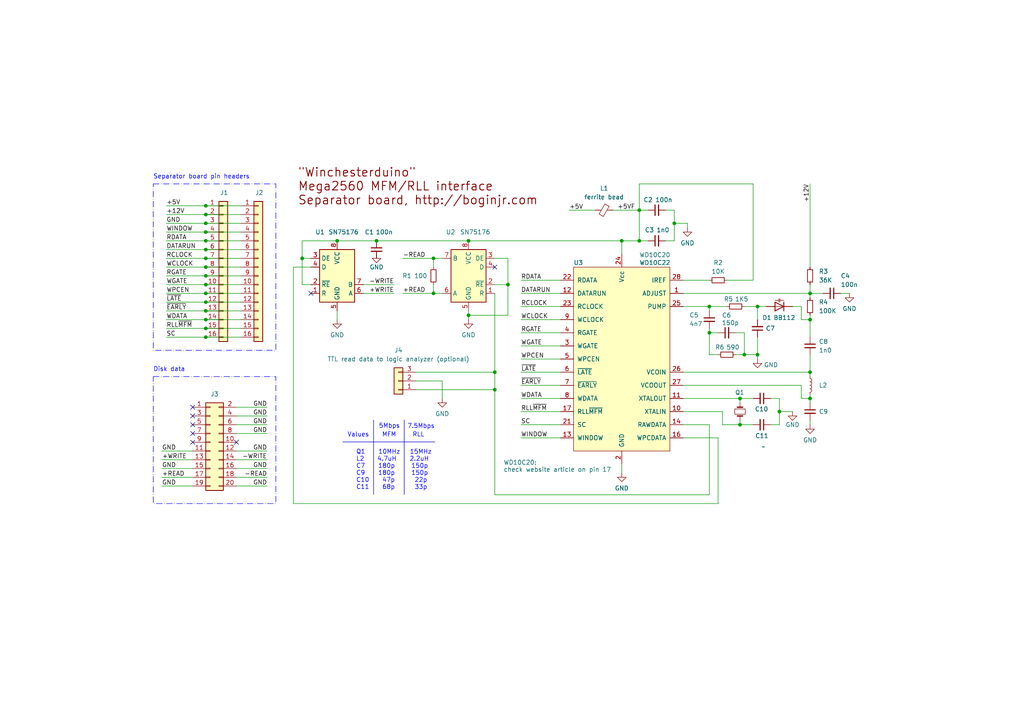
<source format=kicad_sch>
(kicad_sch
	(version 20250114)
	(generator "eeschema")
	(generator_version "9.0")
	(uuid "e63e39d7-6ac0-4ffd-8aa3-1841a4541b55")
	(paper "A4")
	(lib_symbols
		(symbol "Connector_Generic:Conn_01x03"
			(pin_names
				(offset 1.016)
				(hide yes)
			)
			(exclude_from_sim no)
			(in_bom yes)
			(on_board yes)
			(property "Reference" "J"
				(at 0 5.08 0)
				(effects
					(font
						(size 1.27 1.27)
					)
				)
			)
			(property "Value" "Conn_01x03"
				(at 0 -5.08 0)
				(effects
					(font
						(size 1.27 1.27)
					)
				)
			)
			(property "Footprint" ""
				(at 0 0 0)
				(effects
					(font
						(size 1.27 1.27)
					)
					(hide yes)
				)
			)
			(property "Datasheet" "~"
				(at 0 0 0)
				(effects
					(font
						(size 1.27 1.27)
					)
					(hide yes)
				)
			)
			(property "Description" "Generic connector, single row, 01x03, script generated (kicad-library-utils/schlib/autogen/connector/)"
				(at 0 0 0)
				(effects
					(font
						(size 1.27 1.27)
					)
					(hide yes)
				)
			)
			(property "ki_keywords" "connector"
				(at 0 0 0)
				(effects
					(font
						(size 1.27 1.27)
					)
					(hide yes)
				)
			)
			(property "ki_fp_filters" "Connector*:*_1x??_*"
				(at 0 0 0)
				(effects
					(font
						(size 1.27 1.27)
					)
					(hide yes)
				)
			)
			(symbol "Conn_01x03_1_1"
				(rectangle
					(start -1.27 3.81)
					(end 1.27 -3.81)
					(stroke
						(width 0.254)
						(type default)
					)
					(fill
						(type background)
					)
				)
				(rectangle
					(start -1.27 2.667)
					(end 0 2.413)
					(stroke
						(width 0.1524)
						(type default)
					)
					(fill
						(type none)
					)
				)
				(rectangle
					(start -1.27 0.127)
					(end 0 -0.127)
					(stroke
						(width 0.1524)
						(type default)
					)
					(fill
						(type none)
					)
				)
				(rectangle
					(start -1.27 -2.413)
					(end 0 -2.667)
					(stroke
						(width 0.1524)
						(type default)
					)
					(fill
						(type none)
					)
				)
				(pin passive line
					(at -5.08 2.54 0)
					(length 3.81)
					(name "Pin_1"
						(effects
							(font
								(size 1.27 1.27)
							)
						)
					)
					(number "1"
						(effects
							(font
								(size 1.27 1.27)
							)
						)
					)
				)
				(pin passive line
					(at -5.08 0 0)
					(length 3.81)
					(name "Pin_2"
						(effects
							(font
								(size 1.27 1.27)
							)
						)
					)
					(number "2"
						(effects
							(font
								(size 1.27 1.27)
							)
						)
					)
				)
				(pin passive line
					(at -5.08 -2.54 0)
					(length 3.81)
					(name "Pin_3"
						(effects
							(font
								(size 1.27 1.27)
							)
						)
					)
					(number "3"
						(effects
							(font
								(size 1.27 1.27)
							)
						)
					)
				)
			)
			(embedded_fonts no)
		)
		(symbol "Connector_Generic:Conn_01x16"
			(pin_names
				(offset 1.016)
				(hide yes)
			)
			(exclude_from_sim no)
			(in_bom yes)
			(on_board yes)
			(property "Reference" "J"
				(at 0 20.32 0)
				(effects
					(font
						(size 1.27 1.27)
					)
				)
			)
			(property "Value" "Conn_01x16"
				(at 0 -22.86 0)
				(effects
					(font
						(size 1.27 1.27)
					)
				)
			)
			(property "Footprint" ""
				(at 0 0 0)
				(effects
					(font
						(size 1.27 1.27)
					)
					(hide yes)
				)
			)
			(property "Datasheet" "~"
				(at 0 0 0)
				(effects
					(font
						(size 1.27 1.27)
					)
					(hide yes)
				)
			)
			(property "Description" "Generic connector, single row, 01x16, script generated (kicad-library-utils/schlib/autogen/connector/)"
				(at 0 0 0)
				(effects
					(font
						(size 1.27 1.27)
					)
					(hide yes)
				)
			)
			(property "ki_keywords" "connector"
				(at 0 0 0)
				(effects
					(font
						(size 1.27 1.27)
					)
					(hide yes)
				)
			)
			(property "ki_fp_filters" "Connector*:*_1x??_*"
				(at 0 0 0)
				(effects
					(font
						(size 1.27 1.27)
					)
					(hide yes)
				)
			)
			(symbol "Conn_01x16_1_1"
				(rectangle
					(start -1.27 19.05)
					(end 1.27 -21.59)
					(stroke
						(width 0.254)
						(type default)
					)
					(fill
						(type background)
					)
				)
				(rectangle
					(start -1.27 17.907)
					(end 0 17.653)
					(stroke
						(width 0.1524)
						(type default)
					)
					(fill
						(type none)
					)
				)
				(rectangle
					(start -1.27 15.367)
					(end 0 15.113)
					(stroke
						(width 0.1524)
						(type default)
					)
					(fill
						(type none)
					)
				)
				(rectangle
					(start -1.27 12.827)
					(end 0 12.573)
					(stroke
						(width 0.1524)
						(type default)
					)
					(fill
						(type none)
					)
				)
				(rectangle
					(start -1.27 10.287)
					(end 0 10.033)
					(stroke
						(width 0.1524)
						(type default)
					)
					(fill
						(type none)
					)
				)
				(rectangle
					(start -1.27 7.747)
					(end 0 7.493)
					(stroke
						(width 0.1524)
						(type default)
					)
					(fill
						(type none)
					)
				)
				(rectangle
					(start -1.27 5.207)
					(end 0 4.953)
					(stroke
						(width 0.1524)
						(type default)
					)
					(fill
						(type none)
					)
				)
				(rectangle
					(start -1.27 2.667)
					(end 0 2.413)
					(stroke
						(width 0.1524)
						(type default)
					)
					(fill
						(type none)
					)
				)
				(rectangle
					(start -1.27 0.127)
					(end 0 -0.127)
					(stroke
						(width 0.1524)
						(type default)
					)
					(fill
						(type none)
					)
				)
				(rectangle
					(start -1.27 -2.413)
					(end 0 -2.667)
					(stroke
						(width 0.1524)
						(type default)
					)
					(fill
						(type none)
					)
				)
				(rectangle
					(start -1.27 -4.953)
					(end 0 -5.207)
					(stroke
						(width 0.1524)
						(type default)
					)
					(fill
						(type none)
					)
				)
				(rectangle
					(start -1.27 -7.493)
					(end 0 -7.747)
					(stroke
						(width 0.1524)
						(type default)
					)
					(fill
						(type none)
					)
				)
				(rectangle
					(start -1.27 -10.033)
					(end 0 -10.287)
					(stroke
						(width 0.1524)
						(type default)
					)
					(fill
						(type none)
					)
				)
				(rectangle
					(start -1.27 -12.573)
					(end 0 -12.827)
					(stroke
						(width 0.1524)
						(type default)
					)
					(fill
						(type none)
					)
				)
				(rectangle
					(start -1.27 -15.113)
					(end 0 -15.367)
					(stroke
						(width 0.1524)
						(type default)
					)
					(fill
						(type none)
					)
				)
				(rectangle
					(start -1.27 -17.653)
					(end 0 -17.907)
					(stroke
						(width 0.1524)
						(type default)
					)
					(fill
						(type none)
					)
				)
				(rectangle
					(start -1.27 -20.193)
					(end 0 -20.447)
					(stroke
						(width 0.1524)
						(type default)
					)
					(fill
						(type none)
					)
				)
				(pin passive line
					(at -5.08 17.78 0)
					(length 3.81)
					(name "Pin_1"
						(effects
							(font
								(size 1.27 1.27)
							)
						)
					)
					(number "1"
						(effects
							(font
								(size 1.27 1.27)
							)
						)
					)
				)
				(pin passive line
					(at -5.08 15.24 0)
					(length 3.81)
					(name "Pin_2"
						(effects
							(font
								(size 1.27 1.27)
							)
						)
					)
					(number "2"
						(effects
							(font
								(size 1.27 1.27)
							)
						)
					)
				)
				(pin passive line
					(at -5.08 12.7 0)
					(length 3.81)
					(name "Pin_3"
						(effects
							(font
								(size 1.27 1.27)
							)
						)
					)
					(number "3"
						(effects
							(font
								(size 1.27 1.27)
							)
						)
					)
				)
				(pin passive line
					(at -5.08 10.16 0)
					(length 3.81)
					(name "Pin_4"
						(effects
							(font
								(size 1.27 1.27)
							)
						)
					)
					(number "4"
						(effects
							(font
								(size 1.27 1.27)
							)
						)
					)
				)
				(pin passive line
					(at -5.08 7.62 0)
					(length 3.81)
					(name "Pin_5"
						(effects
							(font
								(size 1.27 1.27)
							)
						)
					)
					(number "5"
						(effects
							(font
								(size 1.27 1.27)
							)
						)
					)
				)
				(pin passive line
					(at -5.08 5.08 0)
					(length 3.81)
					(name "Pin_6"
						(effects
							(font
								(size 1.27 1.27)
							)
						)
					)
					(number "6"
						(effects
							(font
								(size 1.27 1.27)
							)
						)
					)
				)
				(pin passive line
					(at -5.08 2.54 0)
					(length 3.81)
					(name "Pin_7"
						(effects
							(font
								(size 1.27 1.27)
							)
						)
					)
					(number "7"
						(effects
							(font
								(size 1.27 1.27)
							)
						)
					)
				)
				(pin passive line
					(at -5.08 0 0)
					(length 3.81)
					(name "Pin_8"
						(effects
							(font
								(size 1.27 1.27)
							)
						)
					)
					(number "8"
						(effects
							(font
								(size 1.27 1.27)
							)
						)
					)
				)
				(pin passive line
					(at -5.08 -2.54 0)
					(length 3.81)
					(name "Pin_9"
						(effects
							(font
								(size 1.27 1.27)
							)
						)
					)
					(number "9"
						(effects
							(font
								(size 1.27 1.27)
							)
						)
					)
				)
				(pin passive line
					(at -5.08 -5.08 0)
					(length 3.81)
					(name "Pin_10"
						(effects
							(font
								(size 1.27 1.27)
							)
						)
					)
					(number "10"
						(effects
							(font
								(size 1.27 1.27)
							)
						)
					)
				)
				(pin passive line
					(at -5.08 -7.62 0)
					(length 3.81)
					(name "Pin_11"
						(effects
							(font
								(size 1.27 1.27)
							)
						)
					)
					(number "11"
						(effects
							(font
								(size 1.27 1.27)
							)
						)
					)
				)
				(pin passive line
					(at -5.08 -10.16 0)
					(length 3.81)
					(name "Pin_12"
						(effects
							(font
								(size 1.27 1.27)
							)
						)
					)
					(number "12"
						(effects
							(font
								(size 1.27 1.27)
							)
						)
					)
				)
				(pin passive line
					(at -5.08 -12.7 0)
					(length 3.81)
					(name "Pin_13"
						(effects
							(font
								(size 1.27 1.27)
							)
						)
					)
					(number "13"
						(effects
							(font
								(size 1.27 1.27)
							)
						)
					)
				)
				(pin passive line
					(at -5.08 -15.24 0)
					(length 3.81)
					(name "Pin_14"
						(effects
							(font
								(size 1.27 1.27)
							)
						)
					)
					(number "14"
						(effects
							(font
								(size 1.27 1.27)
							)
						)
					)
				)
				(pin passive line
					(at -5.08 -17.78 0)
					(length 3.81)
					(name "Pin_15"
						(effects
							(font
								(size 1.27 1.27)
							)
						)
					)
					(number "15"
						(effects
							(font
								(size 1.27 1.27)
							)
						)
					)
				)
				(pin passive line
					(at -5.08 -20.32 0)
					(length 3.81)
					(name "Pin_16"
						(effects
							(font
								(size 1.27 1.27)
							)
						)
					)
					(number "16"
						(effects
							(font
								(size 1.27 1.27)
							)
						)
					)
				)
			)
			(embedded_fonts no)
		)
		(symbol "Connector_Generic:Conn_02x10_Odd_Even"
			(pin_names
				(offset 1.016)
				(hide yes)
			)
			(exclude_from_sim no)
			(in_bom yes)
			(on_board yes)
			(property "Reference" "J"
				(at 1.27 12.7 0)
				(effects
					(font
						(size 1.27 1.27)
					)
				)
			)
			(property "Value" "Conn_02x10_Odd_Even"
				(at 1.27 -15.24 0)
				(effects
					(font
						(size 1.27 1.27)
					)
				)
			)
			(property "Footprint" ""
				(at 0 0 0)
				(effects
					(font
						(size 1.27 1.27)
					)
					(hide yes)
				)
			)
			(property "Datasheet" "~"
				(at 0 0 0)
				(effects
					(font
						(size 1.27 1.27)
					)
					(hide yes)
				)
			)
			(property "Description" "Generic connector, double row, 02x10, odd/even pin numbering scheme (row 1 odd numbers, row 2 even numbers), script generated (kicad-library-utils/schlib/autogen/connector/)"
				(at 0 0 0)
				(effects
					(font
						(size 1.27 1.27)
					)
					(hide yes)
				)
			)
			(property "ki_keywords" "connector"
				(at 0 0 0)
				(effects
					(font
						(size 1.27 1.27)
					)
					(hide yes)
				)
			)
			(property "ki_fp_filters" "Connector*:*_2x??_*"
				(at 0 0 0)
				(effects
					(font
						(size 1.27 1.27)
					)
					(hide yes)
				)
			)
			(symbol "Conn_02x10_Odd_Even_1_1"
				(rectangle
					(start -1.27 11.43)
					(end 3.81 -13.97)
					(stroke
						(width 0.254)
						(type default)
					)
					(fill
						(type background)
					)
				)
				(rectangle
					(start -1.27 10.287)
					(end 0 10.033)
					(stroke
						(width 0.1524)
						(type default)
					)
					(fill
						(type none)
					)
				)
				(rectangle
					(start -1.27 7.747)
					(end 0 7.493)
					(stroke
						(width 0.1524)
						(type default)
					)
					(fill
						(type none)
					)
				)
				(rectangle
					(start -1.27 5.207)
					(end 0 4.953)
					(stroke
						(width 0.1524)
						(type default)
					)
					(fill
						(type none)
					)
				)
				(rectangle
					(start -1.27 2.667)
					(end 0 2.413)
					(stroke
						(width 0.1524)
						(type default)
					)
					(fill
						(type none)
					)
				)
				(rectangle
					(start -1.27 0.127)
					(end 0 -0.127)
					(stroke
						(width 0.1524)
						(type default)
					)
					(fill
						(type none)
					)
				)
				(rectangle
					(start -1.27 -2.413)
					(end 0 -2.667)
					(stroke
						(width 0.1524)
						(type default)
					)
					(fill
						(type none)
					)
				)
				(rectangle
					(start -1.27 -4.953)
					(end 0 -5.207)
					(stroke
						(width 0.1524)
						(type default)
					)
					(fill
						(type none)
					)
				)
				(rectangle
					(start -1.27 -7.493)
					(end 0 -7.747)
					(stroke
						(width 0.1524)
						(type default)
					)
					(fill
						(type none)
					)
				)
				(rectangle
					(start -1.27 -10.033)
					(end 0 -10.287)
					(stroke
						(width 0.1524)
						(type default)
					)
					(fill
						(type none)
					)
				)
				(rectangle
					(start -1.27 -12.573)
					(end 0 -12.827)
					(stroke
						(width 0.1524)
						(type default)
					)
					(fill
						(type none)
					)
				)
				(rectangle
					(start 3.81 10.287)
					(end 2.54 10.033)
					(stroke
						(width 0.1524)
						(type default)
					)
					(fill
						(type none)
					)
				)
				(rectangle
					(start 3.81 7.747)
					(end 2.54 7.493)
					(stroke
						(width 0.1524)
						(type default)
					)
					(fill
						(type none)
					)
				)
				(rectangle
					(start 3.81 5.207)
					(end 2.54 4.953)
					(stroke
						(width 0.1524)
						(type default)
					)
					(fill
						(type none)
					)
				)
				(rectangle
					(start 3.81 2.667)
					(end 2.54 2.413)
					(stroke
						(width 0.1524)
						(type default)
					)
					(fill
						(type none)
					)
				)
				(rectangle
					(start 3.81 0.127)
					(end 2.54 -0.127)
					(stroke
						(width 0.1524)
						(type default)
					)
					(fill
						(type none)
					)
				)
				(rectangle
					(start 3.81 -2.413)
					(end 2.54 -2.667)
					(stroke
						(width 0.1524)
						(type default)
					)
					(fill
						(type none)
					)
				)
				(rectangle
					(start 3.81 -4.953)
					(end 2.54 -5.207)
					(stroke
						(width 0.1524)
						(type default)
					)
					(fill
						(type none)
					)
				)
				(rectangle
					(start 3.81 -7.493)
					(end 2.54 -7.747)
					(stroke
						(width 0.1524)
						(type default)
					)
					(fill
						(type none)
					)
				)
				(rectangle
					(start 3.81 -10.033)
					(end 2.54 -10.287)
					(stroke
						(width 0.1524)
						(type default)
					)
					(fill
						(type none)
					)
				)
				(rectangle
					(start 3.81 -12.573)
					(end 2.54 -12.827)
					(stroke
						(width 0.1524)
						(type default)
					)
					(fill
						(type none)
					)
				)
				(pin passive line
					(at -5.08 10.16 0)
					(length 3.81)
					(name "Pin_1"
						(effects
							(font
								(size 1.27 1.27)
							)
						)
					)
					(number "1"
						(effects
							(font
								(size 1.27 1.27)
							)
						)
					)
				)
				(pin passive line
					(at -5.08 7.62 0)
					(length 3.81)
					(name "Pin_3"
						(effects
							(font
								(size 1.27 1.27)
							)
						)
					)
					(number "3"
						(effects
							(font
								(size 1.27 1.27)
							)
						)
					)
				)
				(pin passive line
					(at -5.08 5.08 0)
					(length 3.81)
					(name "Pin_5"
						(effects
							(font
								(size 1.27 1.27)
							)
						)
					)
					(number "5"
						(effects
							(font
								(size 1.27 1.27)
							)
						)
					)
				)
				(pin passive line
					(at -5.08 2.54 0)
					(length 3.81)
					(name "Pin_7"
						(effects
							(font
								(size 1.27 1.27)
							)
						)
					)
					(number "7"
						(effects
							(font
								(size 1.27 1.27)
							)
						)
					)
				)
				(pin passive line
					(at -5.08 0 0)
					(length 3.81)
					(name "Pin_9"
						(effects
							(font
								(size 1.27 1.27)
							)
						)
					)
					(number "9"
						(effects
							(font
								(size 1.27 1.27)
							)
						)
					)
				)
				(pin passive line
					(at -5.08 -2.54 0)
					(length 3.81)
					(name "Pin_11"
						(effects
							(font
								(size 1.27 1.27)
							)
						)
					)
					(number "11"
						(effects
							(font
								(size 1.27 1.27)
							)
						)
					)
				)
				(pin passive line
					(at -5.08 -5.08 0)
					(length 3.81)
					(name "Pin_13"
						(effects
							(font
								(size 1.27 1.27)
							)
						)
					)
					(number "13"
						(effects
							(font
								(size 1.27 1.27)
							)
						)
					)
				)
				(pin passive line
					(at -5.08 -7.62 0)
					(length 3.81)
					(name "Pin_15"
						(effects
							(font
								(size 1.27 1.27)
							)
						)
					)
					(number "15"
						(effects
							(font
								(size 1.27 1.27)
							)
						)
					)
				)
				(pin passive line
					(at -5.08 -10.16 0)
					(length 3.81)
					(name "Pin_17"
						(effects
							(font
								(size 1.27 1.27)
							)
						)
					)
					(number "17"
						(effects
							(font
								(size 1.27 1.27)
							)
						)
					)
				)
				(pin passive line
					(at -5.08 -12.7 0)
					(length 3.81)
					(name "Pin_19"
						(effects
							(font
								(size 1.27 1.27)
							)
						)
					)
					(number "19"
						(effects
							(font
								(size 1.27 1.27)
							)
						)
					)
				)
				(pin passive line
					(at 7.62 10.16 180)
					(length 3.81)
					(name "Pin_2"
						(effects
							(font
								(size 1.27 1.27)
							)
						)
					)
					(number "2"
						(effects
							(font
								(size 1.27 1.27)
							)
						)
					)
				)
				(pin passive line
					(at 7.62 7.62 180)
					(length 3.81)
					(name "Pin_4"
						(effects
							(font
								(size 1.27 1.27)
							)
						)
					)
					(number "4"
						(effects
							(font
								(size 1.27 1.27)
							)
						)
					)
				)
				(pin passive line
					(at 7.62 5.08 180)
					(length 3.81)
					(name "Pin_6"
						(effects
							(font
								(size 1.27 1.27)
							)
						)
					)
					(number "6"
						(effects
							(font
								(size 1.27 1.27)
							)
						)
					)
				)
				(pin passive line
					(at 7.62 2.54 180)
					(length 3.81)
					(name "Pin_8"
						(effects
							(font
								(size 1.27 1.27)
							)
						)
					)
					(number "8"
						(effects
							(font
								(size 1.27 1.27)
							)
						)
					)
				)
				(pin passive line
					(at 7.62 0 180)
					(length 3.81)
					(name "Pin_10"
						(effects
							(font
								(size 1.27 1.27)
							)
						)
					)
					(number "10"
						(effects
							(font
								(size 1.27 1.27)
							)
						)
					)
				)
				(pin passive line
					(at 7.62 -2.54 180)
					(length 3.81)
					(name "Pin_12"
						(effects
							(font
								(size 1.27 1.27)
							)
						)
					)
					(number "12"
						(effects
							(font
								(size 1.27 1.27)
							)
						)
					)
				)
				(pin passive line
					(at 7.62 -5.08 180)
					(length 3.81)
					(name "Pin_14"
						(effects
							(font
								(size 1.27 1.27)
							)
						)
					)
					(number "14"
						(effects
							(font
								(size 1.27 1.27)
							)
						)
					)
				)
				(pin passive line
					(at 7.62 -7.62 180)
					(length 3.81)
					(name "Pin_16"
						(effects
							(font
								(size 1.27 1.27)
							)
						)
					)
					(number "16"
						(effects
							(font
								(size 1.27 1.27)
							)
						)
					)
				)
				(pin passive line
					(at 7.62 -10.16 180)
					(length 3.81)
					(name "Pin_18"
						(effects
							(font
								(size 1.27 1.27)
							)
						)
					)
					(number "18"
						(effects
							(font
								(size 1.27 1.27)
							)
						)
					)
				)
				(pin passive line
					(at 7.62 -12.7 180)
					(length 3.81)
					(name "Pin_20"
						(effects
							(font
								(size 1.27 1.27)
							)
						)
					)
					(number "20"
						(effects
							(font
								(size 1.27 1.27)
							)
						)
					)
				)
			)
			(embedded_fonts no)
		)
		(symbol "Device:C_Small"
			(pin_numbers
				(hide yes)
			)
			(pin_names
				(offset 0.254)
				(hide yes)
			)
			(exclude_from_sim no)
			(in_bom yes)
			(on_board yes)
			(property "Reference" "C"
				(at 0.254 1.778 0)
				(effects
					(font
						(size 1.27 1.27)
					)
					(justify left)
				)
			)
			(property "Value" "C_Small"
				(at 0.254 -2.032 0)
				(effects
					(font
						(size 1.27 1.27)
					)
					(justify left)
				)
			)
			(property "Footprint" ""
				(at 0 0 0)
				(effects
					(font
						(size 1.27 1.27)
					)
					(hide yes)
				)
			)
			(property "Datasheet" "~"
				(at 0 0 0)
				(effects
					(font
						(size 1.27 1.27)
					)
					(hide yes)
				)
			)
			(property "Description" "Unpolarized capacitor, small symbol"
				(at 0 0 0)
				(effects
					(font
						(size 1.27 1.27)
					)
					(hide yes)
				)
			)
			(property "ki_keywords" "capacitor cap"
				(at 0 0 0)
				(effects
					(font
						(size 1.27 1.27)
					)
					(hide yes)
				)
			)
			(property "ki_fp_filters" "C_*"
				(at 0 0 0)
				(effects
					(font
						(size 1.27 1.27)
					)
					(hide yes)
				)
			)
			(symbol "C_Small_0_1"
				(polyline
					(pts
						(xy -1.524 0.508) (xy 1.524 0.508)
					)
					(stroke
						(width 0.3048)
						(type default)
					)
					(fill
						(type none)
					)
				)
				(polyline
					(pts
						(xy -1.524 -0.508) (xy 1.524 -0.508)
					)
					(stroke
						(width 0.3302)
						(type default)
					)
					(fill
						(type none)
					)
				)
			)
			(symbol "C_Small_1_1"
				(pin passive line
					(at 0 2.54 270)
					(length 2.032)
					(name "~"
						(effects
							(font
								(size 1.27 1.27)
							)
						)
					)
					(number "1"
						(effects
							(font
								(size 1.27 1.27)
							)
						)
					)
				)
				(pin passive line
					(at 0 -2.54 90)
					(length 2.032)
					(name "~"
						(effects
							(font
								(size 1.27 1.27)
							)
						)
					)
					(number "2"
						(effects
							(font
								(size 1.27 1.27)
							)
						)
					)
				)
			)
			(embedded_fonts no)
		)
		(symbol "Device:Crystal_Small"
			(pin_numbers
				(hide yes)
			)
			(pin_names
				(offset 1.016)
				(hide yes)
			)
			(exclude_from_sim no)
			(in_bom yes)
			(on_board yes)
			(property "Reference" "Y"
				(at 0 2.54 0)
				(effects
					(font
						(size 1.27 1.27)
					)
				)
			)
			(property "Value" "Crystal_Small"
				(at 0 -2.54 0)
				(effects
					(font
						(size 1.27 1.27)
					)
				)
			)
			(property "Footprint" ""
				(at 0 0 0)
				(effects
					(font
						(size 1.27 1.27)
					)
					(hide yes)
				)
			)
			(property "Datasheet" "~"
				(at 0 0 0)
				(effects
					(font
						(size 1.27 1.27)
					)
					(hide yes)
				)
			)
			(property "Description" "Two pin crystal, small symbol"
				(at 0 0 0)
				(effects
					(font
						(size 1.27 1.27)
					)
					(hide yes)
				)
			)
			(property "ki_keywords" "quartz ceramic resonator oscillator"
				(at 0 0 0)
				(effects
					(font
						(size 1.27 1.27)
					)
					(hide yes)
				)
			)
			(property "ki_fp_filters" "Crystal*"
				(at 0 0 0)
				(effects
					(font
						(size 1.27 1.27)
					)
					(hide yes)
				)
			)
			(symbol "Crystal_Small_0_1"
				(polyline
					(pts
						(xy -1.27 -0.762) (xy -1.27 0.762)
					)
					(stroke
						(width 0.381)
						(type default)
					)
					(fill
						(type none)
					)
				)
				(rectangle
					(start -0.762 -1.524)
					(end 0.762 1.524)
					(stroke
						(width 0)
						(type default)
					)
					(fill
						(type none)
					)
				)
				(polyline
					(pts
						(xy 1.27 -0.762) (xy 1.27 0.762)
					)
					(stroke
						(width 0.381)
						(type default)
					)
					(fill
						(type none)
					)
				)
			)
			(symbol "Crystal_Small_1_1"
				(pin passive line
					(at -2.54 0 0)
					(length 1.27)
					(name "1"
						(effects
							(font
								(size 1.27 1.27)
							)
						)
					)
					(number "1"
						(effects
							(font
								(size 1.27 1.27)
							)
						)
					)
				)
				(pin passive line
					(at 2.54 0 180)
					(length 1.27)
					(name "2"
						(effects
							(font
								(size 1.27 1.27)
							)
						)
					)
					(number "2"
						(effects
							(font
								(size 1.27 1.27)
							)
						)
					)
				)
			)
			(embedded_fonts no)
		)
		(symbol "Device:D_Capacitance"
			(pin_numbers
				(hide yes)
			)
			(pin_names
				(offset 1.016)
				(hide yes)
			)
			(exclude_from_sim no)
			(in_bom yes)
			(on_board yes)
			(property "Reference" "D"
				(at 0 2.54 0)
				(effects
					(font
						(size 1.27 1.27)
					)
				)
			)
			(property "Value" "D_Capacitance"
				(at 0 -3.302 0)
				(effects
					(font
						(size 1.27 1.27)
					)
				)
			)
			(property "Footprint" ""
				(at 0 0 0)
				(effects
					(font
						(size 1.27 1.27)
					)
					(hide yes)
				)
			)
			(property "Datasheet" "~"
				(at 0 0 0)
				(effects
					(font
						(size 1.27 1.27)
					)
					(hide yes)
				)
			)
			(property "Description" "Variable capacitance diode"
				(at 0 0 0)
				(effects
					(font
						(size 1.27 1.27)
					)
					(hide yes)
				)
			)
			(property "ki_keywords" "capacitance diode varicap varactor"
				(at 0 0 0)
				(effects
					(font
						(size 1.27 1.27)
					)
					(hide yes)
				)
			)
			(property "ki_fp_filters" "TO-???* *_Diode_* *SingleDiode* D_*"
				(at 0 0 0)
				(effects
					(font
						(size 1.27 1.27)
					)
					(hide yes)
				)
			)
			(symbol "D_Capacitance_0_1"
				(polyline
					(pts
						(xy -1.27 1.27) (xy -1.27 -1.27)
					)
					(stroke
						(width 0.254)
						(type default)
					)
					(fill
						(type none)
					)
				)
				(polyline
					(pts
						(xy -1.27 0) (xy 1.27 0)
					)
					(stroke
						(width 0)
						(type default)
					)
					(fill
						(type none)
					)
				)
				(polyline
					(pts
						(xy -1.27 -1.778) (xy -0.1524 -1.778)
					)
					(stroke
						(width 0)
						(type default)
					)
					(fill
						(type none)
					)
				)
				(polyline
					(pts
						(xy -0.1524 -1.27) (xy -0.1524 -2.286)
					)
					(stroke
						(width 0)
						(type default)
					)
					(fill
						(type none)
					)
				)
				(polyline
					(pts
						(xy 0.1524 -1.27) (xy 0.1524 -2.286)
					)
					(stroke
						(width 0)
						(type default)
					)
					(fill
						(type none)
					)
				)
				(polyline
					(pts
						(xy 0.1524 -1.778) (xy 1.27 -1.778)
					)
					(stroke
						(width 0)
						(type default)
					)
					(fill
						(type none)
					)
				)
				(polyline
					(pts
						(xy 1.27 1.27) (xy 1.27 -1.27) (xy -1.27 0) (xy 1.27 1.27)
					)
					(stroke
						(width 0.254)
						(type default)
					)
					(fill
						(type none)
					)
				)
			)
			(symbol "D_Capacitance_1_1"
				(pin passive line
					(at -3.81 0 0)
					(length 2.54)
					(name "K"
						(effects
							(font
								(size 1.27 1.27)
							)
						)
					)
					(number "1"
						(effects
							(font
								(size 1.27 1.27)
							)
						)
					)
				)
				(pin passive line
					(at 3.81 0 180)
					(length 2.54)
					(name "A"
						(effects
							(font
								(size 1.27 1.27)
							)
						)
					)
					(number "2"
						(effects
							(font
								(size 1.27 1.27)
							)
						)
					)
				)
			)
			(embedded_fonts no)
		)
		(symbol "Device:FerriteBead_Small"
			(pin_numbers
				(hide yes)
			)
			(pin_names
				(offset 0)
			)
			(exclude_from_sim no)
			(in_bom yes)
			(on_board yes)
			(property "Reference" "FB"
				(at 1.905 1.27 0)
				(effects
					(font
						(size 1.27 1.27)
					)
					(justify left)
				)
			)
			(property "Value" "FerriteBead_Small"
				(at 1.905 -1.27 0)
				(effects
					(font
						(size 1.27 1.27)
					)
					(justify left)
				)
			)
			(property "Footprint" ""
				(at -1.778 0 90)
				(effects
					(font
						(size 1.27 1.27)
					)
					(hide yes)
				)
			)
			(property "Datasheet" "~"
				(at 0 0 0)
				(effects
					(font
						(size 1.27 1.27)
					)
					(hide yes)
				)
			)
			(property "Description" "Ferrite bead, small symbol"
				(at 0 0 0)
				(effects
					(font
						(size 1.27 1.27)
					)
					(hide yes)
				)
			)
			(property "ki_keywords" "L ferrite bead inductor filter"
				(at 0 0 0)
				(effects
					(font
						(size 1.27 1.27)
					)
					(hide yes)
				)
			)
			(property "ki_fp_filters" "Inductor_* L_* *Ferrite*"
				(at 0 0 0)
				(effects
					(font
						(size 1.27 1.27)
					)
					(hide yes)
				)
			)
			(symbol "FerriteBead_Small_0_1"
				(polyline
					(pts
						(xy -1.8288 0.2794) (xy -1.1176 1.4986) (xy 1.8288 -0.2032) (xy 1.1176 -1.4224) (xy -1.8288 0.2794)
					)
					(stroke
						(width 0)
						(type default)
					)
					(fill
						(type none)
					)
				)
				(polyline
					(pts
						(xy 0 0.889) (xy 0 1.2954)
					)
					(stroke
						(width 0)
						(type default)
					)
					(fill
						(type none)
					)
				)
				(polyline
					(pts
						(xy 0 -1.27) (xy 0 -0.7874)
					)
					(stroke
						(width 0)
						(type default)
					)
					(fill
						(type none)
					)
				)
			)
			(symbol "FerriteBead_Small_1_1"
				(pin passive line
					(at 0 2.54 270)
					(length 1.27)
					(name "~"
						(effects
							(font
								(size 1.27 1.27)
							)
						)
					)
					(number "1"
						(effects
							(font
								(size 1.27 1.27)
							)
						)
					)
				)
				(pin passive line
					(at 0 -2.54 90)
					(length 1.27)
					(name "~"
						(effects
							(font
								(size 1.27 1.27)
							)
						)
					)
					(number "2"
						(effects
							(font
								(size 1.27 1.27)
							)
						)
					)
				)
			)
			(embedded_fonts no)
		)
		(symbol "Device:L_Small"
			(pin_numbers
				(hide yes)
			)
			(pin_names
				(offset 0.254)
				(hide yes)
			)
			(exclude_from_sim no)
			(in_bom yes)
			(on_board yes)
			(property "Reference" "L"
				(at 0.762 1.016 0)
				(effects
					(font
						(size 1.27 1.27)
					)
					(justify left)
				)
			)
			(property "Value" "L_Small"
				(at 0.762 -1.016 0)
				(effects
					(font
						(size 1.27 1.27)
					)
					(justify left)
				)
			)
			(property "Footprint" ""
				(at 0 0 0)
				(effects
					(font
						(size 1.27 1.27)
					)
					(hide yes)
				)
			)
			(property "Datasheet" "~"
				(at 0 0 0)
				(effects
					(font
						(size 1.27 1.27)
					)
					(hide yes)
				)
			)
			(property "Description" "Inductor, small symbol"
				(at 0 0 0)
				(effects
					(font
						(size 1.27 1.27)
					)
					(hide yes)
				)
			)
			(property "ki_keywords" "inductor choke coil reactor magnetic"
				(at 0 0 0)
				(effects
					(font
						(size 1.27 1.27)
					)
					(hide yes)
				)
			)
			(property "ki_fp_filters" "Choke_* *Coil* Inductor_* L_*"
				(at 0 0 0)
				(effects
					(font
						(size 1.27 1.27)
					)
					(hide yes)
				)
			)
			(symbol "L_Small_0_1"
				(arc
					(start 0 2.032)
					(mid 0.5058 1.524)
					(end 0 1.016)
					(stroke
						(width 0)
						(type default)
					)
					(fill
						(type none)
					)
				)
				(arc
					(start 0 1.016)
					(mid 0.5058 0.508)
					(end 0 0)
					(stroke
						(width 0)
						(type default)
					)
					(fill
						(type none)
					)
				)
				(arc
					(start 0 0)
					(mid 0.5058 -0.508)
					(end 0 -1.016)
					(stroke
						(width 0)
						(type default)
					)
					(fill
						(type none)
					)
				)
				(arc
					(start 0 -1.016)
					(mid 0.5058 -1.524)
					(end 0 -2.032)
					(stroke
						(width 0)
						(type default)
					)
					(fill
						(type none)
					)
				)
			)
			(symbol "L_Small_1_1"
				(pin passive line
					(at 0 2.54 270)
					(length 0.508)
					(name "~"
						(effects
							(font
								(size 1.27 1.27)
							)
						)
					)
					(number "1"
						(effects
							(font
								(size 1.27 1.27)
							)
						)
					)
				)
				(pin passive line
					(at 0 -2.54 90)
					(length 0.508)
					(name "~"
						(effects
							(font
								(size 1.27 1.27)
							)
						)
					)
					(number "2"
						(effects
							(font
								(size 1.27 1.27)
							)
						)
					)
				)
			)
			(embedded_fonts no)
		)
		(symbol "Device:R_Small"
			(pin_numbers
				(hide yes)
			)
			(pin_names
				(offset 0.254)
				(hide yes)
			)
			(exclude_from_sim no)
			(in_bom yes)
			(on_board yes)
			(property "Reference" "R"
				(at 0 0 90)
				(effects
					(font
						(size 1.016 1.016)
					)
				)
			)
			(property "Value" "R_Small"
				(at 1.778 0 90)
				(effects
					(font
						(size 1.27 1.27)
					)
				)
			)
			(property "Footprint" ""
				(at 0 0 0)
				(effects
					(font
						(size 1.27 1.27)
					)
					(hide yes)
				)
			)
			(property "Datasheet" "~"
				(at 0 0 0)
				(effects
					(font
						(size 1.27 1.27)
					)
					(hide yes)
				)
			)
			(property "Description" "Resistor, small symbol"
				(at 0 0 0)
				(effects
					(font
						(size 1.27 1.27)
					)
					(hide yes)
				)
			)
			(property "ki_keywords" "R resistor"
				(at 0 0 0)
				(effects
					(font
						(size 1.27 1.27)
					)
					(hide yes)
				)
			)
			(property "ki_fp_filters" "R_*"
				(at 0 0 0)
				(effects
					(font
						(size 1.27 1.27)
					)
					(hide yes)
				)
			)
			(symbol "R_Small_0_1"
				(rectangle
					(start -0.762 1.778)
					(end 0.762 -1.778)
					(stroke
						(width 0.2032)
						(type default)
					)
					(fill
						(type none)
					)
				)
			)
			(symbol "R_Small_1_1"
				(pin passive line
					(at 0 2.54 270)
					(length 0.762)
					(name "~"
						(effects
							(font
								(size 1.27 1.27)
							)
						)
					)
					(number "1"
						(effects
							(font
								(size 1.27 1.27)
							)
						)
					)
				)
				(pin passive line
					(at 0 -2.54 90)
					(length 0.762)
					(name "~"
						(effects
							(font
								(size 1.27 1.27)
							)
						)
					)
					(number "2"
						(effects
							(font
								(size 1.27 1.27)
							)
						)
					)
				)
			)
			(embedded_fonts no)
		)
		(symbol "Interface_MFM:WD10C22"
			(pin_names
				(offset 1.016)
			)
			(exclude_from_sim no)
			(in_bom yes)
			(on_board yes)
			(property "Reference" "U3"
				(at -13.97 27.94 0)
				(do_not_autoplace)
				(effects
					(font
						(size 1.27 1.27)
					)
					(justify left)
				)
			)
			(property "Value" "WD10C22"
				(at 5.08 27.94 0)
				(do_not_autoplace)
				(effects
					(font
						(size 1.27 1.27)
					)
					(justify left)
				)
			)
			(property "Footprint" "Package_DIP:DIP-28_W15.24mm_LongPads"
				(at -5.588 1.524 0)
				(effects
					(font
						(size 1.27 1.27)
					)
					(hide yes)
				)
			)
			(property "Datasheet" "https://www.bitsavers.org/components/westernDigital/_dataSheets/WD10C22B_Self-Adjusting_Data_Separator_1988.pdf"
				(at 5.842 -1.016 0)
				(effects
					(font
						(size 1.27 1.27)
					)
					(hide yes)
				)
			)
			(property "Description" "WD10C22B Self-Adjusting Data Separator, DIP-28"
				(at 0 4.572 0)
				(effects
					(font
						(size 1.27 1.27)
					)
					(hide yes)
				)
			)
			(property "ki_fp_filters" "PLCC*"
				(at 0 0 0)
				(effects
					(font
						(size 1.27 1.27)
					)
					(hide yes)
				)
			)
			(symbol "WD10C22_0_0"
				(text ""
					(at -34.29 100.33 0)
					(effects
						(font
							(size 1.27 1.27)
						)
					)
				)
				(text ""
					(at 7.62 -87.63 0)
					(effects
						(font
							(size 1.27 1.27)
						)
					)
				)
			)
			(symbol "WD10C22_1_1"
				(rectangle
					(start -13.97 26.67)
					(end 13.97 -26.67)
					(stroke
						(width 0)
						(type default)
					)
					(fill
						(type background)
					)
				)
				(pin output line
					(at -17.78 22.86 0)
					(length 3.81)
					(name "RDATA"
						(effects
							(font
								(size 1.27 1.27)
							)
						)
					)
					(number "22"
						(effects
							(font
								(size 1.27 1.27)
							)
						)
					)
				)
				(pin output line
					(at -17.78 19.05 0)
					(length 3.81)
					(name "DATARUN"
						(effects
							(font
								(size 1.27 1.27)
							)
						)
					)
					(number "12"
						(effects
							(font
								(size 1.27 1.27)
							)
						)
					)
				)
				(pin output line
					(at -17.78 15.24 0)
					(length 3.81)
					(name "RCLOCK"
						(effects
							(font
								(size 1.27 1.27)
							)
						)
					)
					(number "23"
						(effects
							(font
								(size 1.27 1.27)
							)
						)
					)
				)
				(pin output line
					(at -17.78 11.43 0)
					(length 3.81)
					(name "WCLOCK"
						(effects
							(font
								(size 1.27 1.27)
							)
						)
					)
					(number "9"
						(effects
							(font
								(size 1.27 1.27)
							)
						)
					)
				)
				(pin input line
					(at -17.78 7.62 0)
					(length 3.81)
					(name "RGATE"
						(effects
							(font
								(size 1.27 1.27)
							)
						)
					)
					(number "4"
						(effects
							(font
								(size 1.27 1.27)
							)
						)
					)
				)
				(pin input line
					(at -17.78 3.81 0)
					(length 3.81)
					(name "WGATE"
						(effects
							(font
								(size 1.27 1.27)
							)
						)
					)
					(number "3"
						(effects
							(font
								(size 1.27 1.27)
							)
						)
					)
				)
				(pin input line
					(at -17.78 0 0)
					(length 3.81)
					(name "WPCEN"
						(effects
							(font
								(size 1.27 1.27)
							)
						)
					)
					(number "5"
						(effects
							(font
								(size 1.27 1.27)
							)
						)
					)
				)
				(pin input line
					(at -17.78 -3.81 0)
					(length 3.81)
					(name "~{LATE}"
						(effects
							(font
								(size 1.27 1.27)
							)
						)
					)
					(number "6"
						(effects
							(font
								(size 1.27 1.27)
							)
						)
					)
				)
				(pin input line
					(at -17.78 -7.62 0)
					(length 3.81)
					(name "~{EARLY}"
						(effects
							(font
								(size 1.27 1.27)
							)
						)
					)
					(number "7"
						(effects
							(font
								(size 1.27 1.27)
							)
						)
					)
				)
				(pin input line
					(at -17.78 -11.43 0)
					(length 3.81)
					(name "WDATA"
						(effects
							(font
								(size 1.27 1.27)
							)
						)
					)
					(number "8"
						(effects
							(font
								(size 1.27 1.27)
							)
						)
					)
				)
				(pin input line
					(at -17.78 -15.24 0)
					(length 3.81)
					(name "RLL~{MFM}"
						(effects
							(font
								(size 1.27 1.27)
							)
						)
					)
					(number "17"
						(effects
							(font
								(size 1.27 1.27)
							)
						)
					)
				)
				(pin input line
					(at -17.78 -19.05 0)
					(length 3.81)
					(name "SC"
						(effects
							(font
								(size 1.27 1.27)
							)
						)
					)
					(number "21"
						(effects
							(font
								(size 1.27 1.27)
							)
						)
					)
				)
				(pin input line
					(at -17.78 -22.86 0)
					(length 3.81)
					(name "WINDOW"
						(effects
							(font
								(size 1.27 1.27)
							)
						)
					)
					(number "13"
						(effects
							(font
								(size 1.27 1.27)
							)
						)
					)
				)
				(pin no_connect line
					(at -8.89 1.27 0)
					(length 3.81)
					(hide yes)
					(name ""
						(effects
							(font
								(size 1.27 1.27)
							)
						)
					)
					(number "15"
						(effects
							(font
								(size 1.27 1.27)
							)
						)
					)
				)
				(pin no_connect line
					(at -8.89 -1.27 0)
					(length 3.81)
					(hide yes)
					(name ""
						(effects
							(font
								(size 1.27 1.27)
							)
						)
					)
					(number "18"
						(effects
							(font
								(size 1.27 1.27)
							)
						)
					)
				)
				(pin power_in line
					(at 0 30.48 270)
					(length 3.81)
					(name "Vcc"
						(effects
							(font
								(size 1.27 1.27)
							)
						)
					)
					(number "24"
						(effects
							(font
								(size 1.27 1.27)
							)
						)
					)
				)
				(pin power_in line
					(at 0 -30.48 90)
					(length 3.81)
					(name "GND"
						(effects
							(font
								(size 1.27 1.27)
							)
						)
					)
					(number "2"
						(effects
							(font
								(size 1.27 1.27)
							)
						)
					)
				)
				(pin no_connect line
					(at 10.16 1.27 0)
					(length 3.81)
					(hide yes)
					(name ""
						(effects
							(font
								(size 1.27 1.27)
							)
						)
					)
					(number "19"
						(effects
							(font
								(size 1.27 1.27)
							)
						)
					)
				)
				(pin no_connect line
					(at 10.16 -1.27 0)
					(length 3.81)
					(hide yes)
					(name ""
						(effects
							(font
								(size 1.27 1.27)
							)
						)
					)
					(number "20"
						(effects
							(font
								(size 1.27 1.27)
							)
						)
					)
				)
				(pin bidirectional line
					(at 17.78 22.86 180)
					(length 3.81)
					(name "IREF"
						(effects
							(font
								(size 1.27 1.27)
							)
						)
					)
					(number "28"
						(effects
							(font
								(size 1.27 1.27)
							)
						)
					)
				)
				(pin output line
					(at 17.78 19.05 180)
					(length 3.81)
					(name "ADJUST"
						(effects
							(font
								(size 1.27 1.27)
							)
						)
					)
					(number "1"
						(effects
							(font
								(size 1.27 1.27)
							)
						)
					)
				)
				(pin bidirectional line
					(at 17.78 15.24 180)
					(length 3.81)
					(name "PUMP"
						(effects
							(font
								(size 1.27 1.27)
							)
						)
					)
					(number "25"
						(effects
							(font
								(size 1.27 1.27)
							)
						)
					)
				)
				(pin input line
					(at 17.78 -3.81 180)
					(length 3.81)
					(name "VCOIN"
						(effects
							(font
								(size 1.27 1.27)
							)
						)
					)
					(number "26"
						(effects
							(font
								(size 1.27 1.27)
							)
						)
					)
				)
				(pin output line
					(at 17.78 -7.62 180)
					(length 3.81)
					(name "VCOOUT"
						(effects
							(font
								(size 1.27 1.27)
							)
						)
					)
					(number "27"
						(effects
							(font
								(size 1.27 1.27)
							)
						)
					)
				)
				(pin output line
					(at 17.78 -11.43 180)
					(length 3.81)
					(name "XTALOUT"
						(effects
							(font
								(size 1.27 1.27)
							)
						)
					)
					(number "11"
						(effects
							(font
								(size 1.27 1.27)
							)
						)
					)
				)
				(pin input line
					(at 17.78 -15.24 180)
					(length 3.81)
					(name "XTALIN"
						(effects
							(font
								(size 1.27 1.27)
							)
						)
					)
					(number "10"
						(effects
							(font
								(size 1.27 1.27)
							)
						)
					)
				)
				(pin input line
					(at 17.78 -19.05 180)
					(length 3.81)
					(name "RAWDATA"
						(effects
							(font
								(size 1.27 1.27)
							)
						)
					)
					(number "14"
						(effects
							(font
								(size 1.27 1.27)
							)
						)
					)
				)
				(pin output line
					(at 17.78 -22.86 180)
					(length 3.81)
					(name "WPCDATA"
						(effects
							(font
								(size 1.27 1.27)
							)
						)
					)
					(number "16"
						(effects
							(font
								(size 1.27 1.27)
							)
						)
					)
				)
			)
			(embedded_fonts no)
		)
		(symbol "Interface_UART:SN75176AP"
			(exclude_from_sim no)
			(in_bom yes)
			(on_board yes)
			(property "Reference" "U"
				(at -4.318 8.89 0)
				(effects
					(font
						(size 1.27 1.27)
					)
				)
			)
			(property "Value" "SN75176AP"
				(at 1.016 8.89 0)
				(effects
					(font
						(size 1.27 1.27)
					)
					(justify left)
				)
			)
			(property "Footprint" "Package_DIP:DIP-8_W7.62mm"
				(at 0 -12.7 0)
				(effects
					(font
						(size 1.27 1.27)
					)
					(hide yes)
				)
			)
			(property "Datasheet" "http://www.ti.com/lit/ds/symlink/sn75176a.pdf"
				(at 40.64 -5.08 0)
				(effects
					(font
						(size 1.27 1.27)
					)
					(hide yes)
				)
			)
			(property "Description" "Differential RS-422/RS-485 bus transceiver, DIP-8"
				(at 0 0 0)
				(effects
					(font
						(size 1.27 1.27)
					)
					(hide yes)
				)
			)
			(property "ki_keywords" "Differential bus transceiver"
				(at 0 0 0)
				(effects
					(font
						(size 1.27 1.27)
					)
					(hide yes)
				)
			)
			(property "ki_fp_filters" "DIP*W7.62mm*"
				(at 0 0 0)
				(effects
					(font
						(size 1.27 1.27)
					)
					(hide yes)
				)
			)
			(symbol "SN75176AP_0_1"
				(rectangle
					(start -5.08 7.62)
					(end 5.08 -7.62)
					(stroke
						(width 0.254)
						(type default)
					)
					(fill
						(type background)
					)
				)
			)
			(symbol "SN75176AP_1_1"
				(pin input line
					(at -7.62 5.08 0)
					(length 2.54)
					(name "DE"
						(effects
							(font
								(size 1.27 1.27)
							)
						)
					)
					(number "3"
						(effects
							(font
								(size 1.27 1.27)
							)
						)
					)
				)
				(pin input line
					(at -7.62 2.54 0)
					(length 2.54)
					(name "D"
						(effects
							(font
								(size 1.27 1.27)
							)
						)
					)
					(number "4"
						(effects
							(font
								(size 1.27 1.27)
							)
						)
					)
				)
				(pin input line
					(at -7.62 -2.54 0)
					(length 2.54)
					(name "~{RE}"
						(effects
							(font
								(size 1.27 1.27)
							)
						)
					)
					(number "2"
						(effects
							(font
								(size 1.27 1.27)
							)
						)
					)
				)
				(pin output line
					(at -7.62 -5.08 0)
					(length 2.54)
					(name "R"
						(effects
							(font
								(size 1.27 1.27)
							)
						)
					)
					(number "1"
						(effects
							(font
								(size 1.27 1.27)
							)
						)
					)
				)
				(pin power_in line
					(at 0 10.16 270)
					(length 2.54)
					(name "VCC"
						(effects
							(font
								(size 1.27 1.27)
							)
						)
					)
					(number "8"
						(effects
							(font
								(size 1.27 1.27)
							)
						)
					)
				)
				(pin power_in line
					(at 0 -10.16 90)
					(length 2.54)
					(name "GND"
						(effects
							(font
								(size 1.27 1.27)
							)
						)
					)
					(number "5"
						(effects
							(font
								(size 1.27 1.27)
							)
						)
					)
				)
				(pin bidirectional line
					(at 7.62 -2.54 180)
					(length 2.54)
					(name "B"
						(effects
							(font
								(size 1.27 1.27)
							)
						)
					)
					(number "7"
						(effects
							(font
								(size 1.27 1.27)
							)
						)
					)
				)
				(pin bidirectional line
					(at 7.62 -5.08 180)
					(length 2.54)
					(name "A"
						(effects
							(font
								(size 1.27 1.27)
							)
						)
					)
					(number "6"
						(effects
							(font
								(size 1.27 1.27)
							)
						)
					)
				)
			)
			(embedded_fonts no)
		)
		(symbol "SN75176AP_1"
			(exclude_from_sim no)
			(in_bom yes)
			(on_board yes)
			(property "Reference" "U2"
				(at 3.81 12.7 0)
				(effects
					(font
						(size 1.27 1.27)
					)
					(justify left)
				)
			)
			(property "Value" "SN75176"
				(at -6.35 12.7 0)
				(effects
					(font
						(size 1.27 1.27)
					)
					(justify left)
				)
			)
			(property "Footprint" "Package_DIP:DIP-8_W7.62mm"
				(at 0 -12.7 0)
				(effects
					(font
						(size 1.27 1.27)
					)
					(hide yes)
				)
			)
			(property "Datasheet" "http://www.ti.com/lit/ds/symlink/sn75176a.pdf"
				(at 40.64 -5.08 0)
				(effects
					(font
						(size 1.27 1.27)
					)
					(hide yes)
				)
			)
			(property "Description" "Differential RS-422/RS-485 bus transceiver, DIP-8"
				(at 0 0 0)
				(effects
					(font
						(size 1.27 1.27)
					)
					(hide yes)
				)
			)
			(property "ki_keywords" "Differential bus transceiver"
				(at 0 0 0)
				(effects
					(font
						(size 1.27 1.27)
					)
					(hide yes)
				)
			)
			(property "ki_fp_filters" "DIP*W7.62mm*"
				(at 0 0 0)
				(effects
					(font
						(size 1.27 1.27)
					)
					(hide yes)
				)
			)
			(symbol "SN75176AP_1_0_1"
				(rectangle
					(start -5.08 7.62)
					(end 5.08 -7.62)
					(stroke
						(width 0.254)
						(type default)
					)
					(fill
						(type background)
					)
				)
			)
			(symbol "SN75176AP_1_1_1"
				(pin input line
					(at -7.62 5.08 0)
					(length 2.54)
					(name "DE"
						(effects
							(font
								(size 1.27 1.27)
							)
						)
					)
					(number "3"
						(effects
							(font
								(size 1.27 1.27)
							)
						)
					)
				)
				(pin input line
					(at -7.62 2.54 0)
					(length 2.54)
					(name "D"
						(effects
							(font
								(size 1.27 1.27)
							)
						)
					)
					(number "4"
						(effects
							(font
								(size 1.27 1.27)
							)
						)
					)
				)
				(pin input line
					(at -7.62 -2.54 0)
					(length 2.54)
					(name "~{RE}"
						(effects
							(font
								(size 1.27 1.27)
							)
						)
					)
					(number "2"
						(effects
							(font
								(size 1.27 1.27)
							)
						)
					)
				)
				(pin output line
					(at -7.62 -5.08 0)
					(length 2.54)
					(name "R"
						(effects
							(font
								(size 1.27 1.27)
							)
						)
					)
					(number "1"
						(effects
							(font
								(size 1.27 1.27)
							)
						)
					)
				)
				(pin power_in line
					(at 0 10.16 270)
					(length 2.54)
					(name "VCC"
						(effects
							(font
								(size 1.27 1.27)
							)
						)
					)
					(number "8"
						(effects
							(font
								(size 1.27 1.27)
							)
						)
					)
				)
				(pin power_in line
					(at 0 -10.16 90)
					(length 2.54)
					(name "GND"
						(effects
							(font
								(size 1.27 1.27)
							)
						)
					)
					(number "5"
						(effects
							(font
								(size 1.27 1.27)
							)
						)
					)
				)
				(pin bidirectional line
					(at 7.62 5.08 180)
					(length 2.54)
					(name "B"
						(effects
							(font
								(size 1.27 1.27)
							)
						)
					)
					(number "7"
						(effects
							(font
								(size 1.27 1.27)
							)
						)
					)
				)
				(pin bidirectional line
					(at 7.62 -5.08 180)
					(length 2.54)
					(name "A"
						(effects
							(font
								(size 1.27 1.27)
							)
						)
					)
					(number "6"
						(effects
							(font
								(size 1.27 1.27)
							)
						)
					)
				)
			)
			(embedded_fonts no)
		)
		(symbol "power:GND"
			(power)
			(pin_names
				(offset 0)
			)
			(exclude_from_sim no)
			(in_bom yes)
			(on_board yes)
			(property "Reference" "#PWR"
				(at 0 -6.35 0)
				(effects
					(font
						(size 1.27 1.27)
					)
					(hide yes)
				)
			)
			(property "Value" "GND"
				(at 0 -3.81 0)
				(effects
					(font
						(size 1.27 1.27)
					)
				)
			)
			(property "Footprint" ""
				(at 0 0 0)
				(effects
					(font
						(size 1.27 1.27)
					)
					(hide yes)
				)
			)
			(property "Datasheet" ""
				(at 0 0 0)
				(effects
					(font
						(size 1.27 1.27)
					)
					(hide yes)
				)
			)
			(property "Description" "Power symbol creates a global label with name \"GND\" , ground"
				(at 0 0 0)
				(effects
					(font
						(size 1.27 1.27)
					)
					(hide yes)
				)
			)
			(property "ki_keywords" "global power"
				(at 0 0 0)
				(effects
					(font
						(size 1.27 1.27)
					)
					(hide yes)
				)
			)
			(symbol "GND_0_1"
				(polyline
					(pts
						(xy 0 0) (xy 0 -1.27) (xy 1.27 -1.27) (xy 0 -2.54) (xy -1.27 -1.27) (xy 0 -1.27)
					)
					(stroke
						(width 0)
						(type default)
					)
					(fill
						(type none)
					)
				)
			)
			(symbol "GND_1_1"
				(pin power_in line
					(at 0 0 270)
					(length 0)
					(hide yes)
					(name "GND"
						(effects
							(font
								(size 1.27 1.27)
							)
						)
					)
					(number "1"
						(effects
							(font
								(size 1.27 1.27)
							)
						)
					)
				)
			)
			(embedded_fonts no)
		)
	)
	(bus_alias "SRAM_BUS"
		(members "~{BOE}" "~{BWE}" "BD[0..7]" "BA[0..10]")
	)
	(rectangle
		(start 44.45 109.22)
		(end 80.01 146.05)
		(stroke
			(width 0)
			(type dash_dot)
			(color 0 0 255 1)
		)
		(fill
			(type none)
		)
		(uuid af24e81d-8959-4149-bdcb-a7b65334f313)
	)
	(rectangle
		(start 44.45 53.34)
		(end 80.01 101.6)
		(stroke
			(width 0)
			(type dash_dot)
			(color 0 0 255 1)
		)
		(fill
			(type none)
		)
		(uuid f8e08b88-553b-49fa-9ab9-841827768f95)
	)
	(text "5Mbps"
		(exclude_from_sim no)
		(at 109.8427 124.3966 0)
		(effects
			(font
				(size 1.27 1.27)
				(color 0 0 255 1)
			)
			(justify left bottom)
		)
		(uuid "1ce33ff3-e42f-47d5-8f48-b5096ccb4d15")
	)
	(text "WD10C20:\ncheck website article on pin 17"
		(exclude_from_sim no)
		(at 146.05 137.16 0)
		(effects
			(font
				(size 1.27 1.27)
				(color 0 100 100 1)
			)
			(justify left bottom)
		)
		(uuid "45be714f-b0cc-4f5e-b995-9e17cc4da3d6")
	)
	(text "Disk data"
		(exclude_from_sim no)
		(at 44.45 107.95 0)
		(effects
			(font
				(size 1.27 1.27)
				(color 0 0 255 1)
			)
			(justify left bottom)
		)
		(uuid "496ed731-a1a6-4a86-a8a5-cc6d3e22c541")
	)
	(text "Values    MFM     RLL"
		(exclude_from_sim no)
		(at 100.728 126.905 0)
		(effects
			(font
				(size 1.27 1.27)
				(color 0 0 255 1)
			)
			(justify left bottom)
		)
		(uuid "560108fd-d6fc-47aa-a6be-85f4919956e1")
	)
	(text "7.5Mbps"
		(exclude_from_sim no)
		(at 118.11 124.46 0)
		(effects
			(font
				(size 1.27 1.27)
				(color 0 0 255 1)
			)
			(justify left bottom)
		)
		(uuid "764da393-0a34-4441-90fa-413b49034304")
	)
	(text "Q1    10MHz   15MHz\nL2    4.7uH    2.2uH\nC7    180p     150p\nC9    180p     150p\nC10    47p      22p\nC11    68p      33p"
		(exclude_from_sim no)
		(at 103.268 142.145 0)
		(effects
			(font
				(size 1.27 1.27)
				(color 0 0 255 1)
			)
			(justify left bottom)
		)
		(uuid "9c9b6b03-e9cf-4e0e-b85b-6fde54fc21b5")
	)
	(text "Separator board pin headers"
		(exclude_from_sim no)
		(at 44.45 52.07 0)
		(effects
			(font
				(size 1.27 1.27)
				(color 0 0 255 1)
			)
			(justify left bottom)
		)
		(uuid "a1ab8007-ab44-4935-b167-69055062043a")
	)
	(text "\"Winchesterduino\"\nMega2560 MFM/RLL interface\nSeparator board, http://boginjr.com"
		(exclude_from_sim no)
		(at 86.36 59.69 0)
		(effects
			(font
				(size 2.5 2.5)
				(thickness 0.254)
				(bold yes)
				(color 132 0 0 1)
			)
			(justify left bottom)
			(href "http://boginjr.com")
		)
		(uuid "b38b2e85-6334-464d-8701-423665923465")
	)
	(text "WD10C20"
		(exclude_from_sim no)
		(at 185.42 74.93 0)
		(effects
			(font
				(size 1.27 1.27)
				(color 0 100 100 1)
			)
			(justify left bottom)
		)
		(uuid "de2a0457-9cad-4fbc-83fa-ca9d9d5f71fd")
	)
	(junction
		(at 59.69 87.63)
		(diameter 0)
		(color 0 0 0 0)
		(uuid "0addff76-b84e-4802-b9ce-dc77426470bb")
	)
	(junction
		(at 219.71 88.9)
		(diameter 0)
		(color 0 0 0 0)
		(uuid "0c72909d-3f87-44f9-9ddb-d474691e0061")
	)
	(junction
		(at 97.79 69.85)
		(diameter 0)
		(color 0 0 0 0)
		(uuid "0d0c77db-6fce-465c-b0de-1c34451e16e3")
	)
	(junction
		(at 59.69 95.25)
		(diameter 0)
		(color 0 0 0 0)
		(uuid "0fd52211-8363-47ec-8b58-d67a84549c6d")
	)
	(junction
		(at 234.95 107.95)
		(diameter 0)
		(color 0 0 0 0)
		(uuid "13fa985d-5875-4ba8-a7de-3b62ee2fdf2f")
	)
	(junction
		(at 59.69 69.85)
		(diameter 0)
		(color 0 0 0 0)
		(uuid "151f2e0e-3494-4ddc-b91d-bcba6e3c05fa")
	)
	(junction
		(at 59.69 92.71)
		(diameter 0)
		(color 0 0 0 0)
		(uuid "1cb81c21-ff7e-4a85-8c7f-352a123dd6ca")
	)
	(junction
		(at 234.95 115.57)
		(diameter 0)
		(color 0 0 0 0)
		(uuid "21021dc4-f7a3-4f03-9581-4c349d69f442")
	)
	(junction
		(at 59.69 64.77)
		(diameter 0)
		(color 0 0 0 0)
		(uuid "221ac5be-1dba-4a97-b26c-13c4088b37a4")
	)
	(junction
		(at 195.58 64.77)
		(diameter 0)
		(color 0 0 0 0)
		(uuid "2854e750-4760-42ea-84c8-93101d89d5f3")
	)
	(junction
		(at 143.51 107.95)
		(diameter 0)
		(color 0 0 0 0)
		(uuid "29025178-1254-4c30-a45a-419f632109bf")
	)
	(junction
		(at 59.69 90.17)
		(diameter 0)
		(color 0 0 0 0)
		(uuid "3cc16aa5-e672-4fd2-9672-ed69d4a54d35")
	)
	(junction
		(at 125.73 74.93)
		(diameter 0)
		(color 0 0 0 0)
		(uuid "3e615c59-feed-47c2-92f8-a2772afea7f8")
	)
	(junction
		(at 147.32 82.55)
		(diameter 0)
		(color 0 0 0 0)
		(uuid "3eda9a39-667a-4b38-b5b3-404022baca32")
	)
	(junction
		(at 59.69 97.79)
		(diameter 0)
		(color 0 0 0 0)
		(uuid "452caf1e-ae58-4c4e-b154-c6098b70d159")
	)
	(junction
		(at 59.69 80.01)
		(diameter 0)
		(color 0 0 0 0)
		(uuid "4b2e89a4-9d65-40fb-9318-a26691dd5051")
	)
	(junction
		(at 135.89 91.44)
		(diameter 0)
		(color 0 0 0 0)
		(uuid "58843517-457d-4905-9662-2ca0dffd11ea")
	)
	(junction
		(at 59.69 62.23)
		(diameter 0)
		(color 0 0 0 0)
		(uuid "5d9b5de4-3014-49a2-840e-1c32973779f3")
	)
	(junction
		(at 87.63 74.93)
		(diameter 0)
		(color 0 0 0 0)
		(uuid "5f4b4995-a28d-49ec-85e9-e2c29380c19e")
	)
	(junction
		(at 59.69 72.39)
		(diameter 0)
		(color 0 0 0 0)
		(uuid "626b2e63-44a7-4a92-9d82-a2c3d32a6743")
	)
	(junction
		(at 135.89 69.85)
		(diameter 0)
		(color 0 0 0 0)
		(uuid "6a6c6642-12c3-43cc-a46c-c78255f6585d")
	)
	(junction
		(at 143.51 113.03)
		(diameter 0)
		(color 0 0 0 0)
		(uuid "6d54b181-6a9d-47a3-996b-37b3b76add27")
	)
	(junction
		(at 59.69 85.09)
		(diameter 0)
		(color 0 0 0 0)
		(uuid "6f2caa3d-f815-4725-8663-6f031016cb0c")
	)
	(junction
		(at 185.42 69.85)
		(diameter 0)
		(color 0 0 0 0)
		(uuid "74066207-458a-4a12-84b7-92524a79f9bc")
	)
	(junction
		(at 59.69 67.31)
		(diameter 0)
		(color 0 0 0 0)
		(uuid "74977092-7c24-4e97-92a7-dd0b1fc126e2")
	)
	(junction
		(at 59.69 59.69)
		(diameter 0)
		(color 0 0 0 0)
		(uuid "7bb5e4c8-f7e6-4812-acd8-749eb309f8b9")
	)
	(junction
		(at 214.63 115.57)
		(diameter 0)
		(color 0 0 0 0)
		(uuid "953f601f-c09c-45f8-a6f1-6e198478f31e")
	)
	(junction
		(at 234.95 85.09)
		(diameter 0)
		(color 0 0 0 0)
		(uuid "99e688da-99ba-4cf7-9117-df2e16d755bc")
	)
	(junction
		(at 214.63 123.19)
		(diameter 0)
		(color 0 0 0 0)
		(uuid "a1b7daf7-a7c1-4020-8f5f-b9c4e7fd35ec")
	)
	(junction
		(at 205.74 96.52)
		(diameter 0)
		(color 0 0 0 0)
		(uuid "a2a2d0a2-b1d0-443f-9cb8-aa70118b3562")
	)
	(junction
		(at 109.22 69.85)
		(diameter 0)
		(color 0 0 0 0)
		(uuid "a7a67f23-04f2-4e18-8dae-0176956eb434")
	)
	(junction
		(at 125.73 85.09)
		(diameter 0)
		(color 0 0 0 0)
		(uuid "af45049f-7947-46e6-97e7-66bba431ae73")
	)
	(junction
		(at 234.95 92.71)
		(diameter 0)
		(color 0 0 0 0)
		(uuid "b0352f1e-2d69-4db7-8f05-a89ec471ffb8")
	)
	(junction
		(at 59.69 74.93)
		(diameter 0)
		(color 0 0 0 0)
		(uuid "b40f0b5e-e288-4d65-9b8f-b88d9aa667e0")
	)
	(junction
		(at 226.06 119.38)
		(diameter 0)
		(color 0 0 0 0)
		(uuid "b4898116-a6f5-4232-b4fe-6b7f6ad4631e")
	)
	(junction
		(at 215.9 102.87)
		(diameter 0)
		(color 0 0 0 0)
		(uuid "b4a84d87-2d51-4609-8132-ff876e0b3001")
	)
	(junction
		(at 219.71 102.87)
		(diameter 0)
		(color 0 0 0 0)
		(uuid "ca2cf1f5-bf1c-4ecf-802f-95ac927e7c88")
	)
	(junction
		(at 59.69 77.47)
		(diameter 0)
		(color 0 0 0 0)
		(uuid "ccf2b8e3-1ea2-42f4-9a36-964511ae35a8")
	)
	(junction
		(at 185.42 60.96)
		(diameter 0)
		(color 0 0 0 0)
		(uuid "dae634be-3cec-4b33-803f-177de2891cb8")
	)
	(junction
		(at 180.34 69.85)
		(diameter 0)
		(color 0 0 0 0)
		(uuid "e161d84e-0f99-422b-9228-9eaeef3ae5f2")
	)
	(junction
		(at 59.69 82.55)
		(diameter 0)
		(color 0 0 0 0)
		(uuid "eae57203-1874-431f-94b5-b0af3d0d2f69")
	)
	(junction
		(at 205.74 88.9)
		(diameter 0)
		(color 0 0 0 0)
		(uuid "ebe83e88-e3ea-4723-a032-407d718736e2")
	)
	(no_connect
		(at 55.88 128.27)
		(uuid "1cfebe01-b318-41c5-b1ff-35e0a610258e")
	)
	(no_connect
		(at 55.88 120.65)
		(uuid "375f56ee-8f6b-4a06-b7e9-0c17e00da1c2")
	)
	(no_connect
		(at 68.58 128.27)
		(uuid "5336632b-5636-4237-bc6e-153c2d86f889")
	)
	(no_connect
		(at 55.88 118.11)
		(uuid "6620ddfd-8e90-4086-be23-31bbc3d3281d")
	)
	(no_connect
		(at 55.88 125.73)
		(uuid "775c17b2-2434-4588-828f-44f23c18d2ac")
	)
	(no_connect
		(at 55.88 123.19)
		(uuid "8303bf79-72e4-450c-b6f6-85f0f1e39bbc")
	)
	(no_connect
		(at 90.17 85.09)
		(uuid "cf5e6f07-9202-4f55-8192-8be5f98c2a11")
	)
	(no_connect
		(at 143.51 77.47)
		(uuid "f174037d-94a7-48ca-abab-3a6bc1ce4cc0")
	)
	(wire
		(pts
			(xy 219.71 97.79) (xy 219.71 102.87)
		)
		(stroke
			(width 0)
			(type default)
		)
		(uuid "075a767c-ab40-439b-94f5-fec3ae1dd9c7")
	)
	(wire
		(pts
			(xy 77.47 138.43) (xy 68.58 138.43)
		)
		(stroke
			(width 0)
			(type default)
		)
		(uuid "09b4920d-f1fa-4901-b256-3dd438939914")
	)
	(wire
		(pts
			(xy 180.34 134.62) (xy 180.34 137.16)
		)
		(stroke
			(width 0)
			(type default)
		)
		(uuid "09e8c991-a762-4db2-8a7a-249c1ae03312")
	)
	(wire
		(pts
			(xy 205.74 96.52) (xy 205.74 95.25)
		)
		(stroke
			(width 0)
			(type default)
		)
		(uuid "0a29eda6-2ba1-4934-bc73-3a47f0e804e6")
	)
	(wire
		(pts
			(xy 185.42 53.34) (xy 185.42 60.96)
		)
		(stroke
			(width 0)
			(type default)
		)
		(uuid "0b8a734e-850b-495e-b94c-900d3e388b68")
	)
	(wire
		(pts
			(xy 151.13 119.38) (xy 162.56 119.38)
		)
		(stroke
			(width 0)
			(type default)
		)
		(uuid "0d6ba36c-c731-4dd3-b2b1-cfd9a4cac874")
	)
	(wire
		(pts
			(xy 165.1 60.96) (xy 172.72 60.96)
		)
		(stroke
			(width 0)
			(type default)
		)
		(uuid "10d3b24e-01d5-4506-a221-2434e996df4d")
	)
	(wire
		(pts
			(xy 234.95 91.44) (xy 234.95 92.71)
		)
		(stroke
			(width 0)
			(type default)
		)
		(uuid "10ded213-51ef-441a-8970-697957298630")
	)
	(wire
		(pts
			(xy 125.73 85.09) (xy 128.27 85.09)
		)
		(stroke
			(width 0)
			(type default)
		)
		(uuid "12d5b7ce-5d8c-4d11-a5bf-21c12ace54d4")
	)
	(wire
		(pts
			(xy 209.55 123.19) (xy 209.55 119.38)
		)
		(stroke
			(width 0)
			(type default)
		)
		(uuid "13cd52f1-f997-4b58-ad95-3d0604540bd6")
	)
	(wire
		(pts
			(xy 193.04 69.85) (xy 195.58 69.85)
		)
		(stroke
			(width 0)
			(type default)
		)
		(uuid "1426c785-bb45-4933-b5b0-49e6f375641f")
	)
	(wire
		(pts
			(xy 59.69 72.39) (xy 69.85 72.39)
		)
		(stroke
			(width 0)
			(type default)
		)
		(uuid "15a40924-079c-401a-a07a-c2439ff55289")
	)
	(wire
		(pts
			(xy 59.69 64.77) (xy 69.85 64.77)
		)
		(stroke
			(width 0)
			(type default)
		)
		(uuid "15bcca73-621b-4d14-9ba7-3eb80540c4e7")
	)
	(wire
		(pts
			(xy 46.99 140.97) (xy 55.88 140.97)
		)
		(stroke
			(width 0)
			(type default)
		)
		(uuid "1745db72-1855-40e8-8c02-58f8a1a2ef23")
	)
	(wire
		(pts
			(xy 125.73 82.55) (xy 125.73 85.09)
		)
		(stroke
			(width 0)
			(type default)
		)
		(uuid "17f8bd67-368d-486d-a4af-9fe4e00b000d")
	)
	(wire
		(pts
			(xy 208.28 96.52) (xy 205.74 96.52)
		)
		(stroke
			(width 0)
			(type default)
		)
		(uuid "19885e42-dcff-43e5-92b4-0d0129d282d5")
	)
	(wire
		(pts
			(xy 87.63 74.93) (xy 87.63 82.55)
		)
		(stroke
			(width 0)
			(type default)
		)
		(uuid "198ba2d3-41f8-46aa-931f-440e3f9f520c")
	)
	(wire
		(pts
			(xy 234.95 85.09) (xy 234.95 86.36)
		)
		(stroke
			(width 0)
			(type default)
		)
		(uuid "1db3eb43-5f66-4f9b-8e65-e6b839178ce2")
	)
	(wire
		(pts
			(xy 234.95 114.3) (xy 234.95 115.57)
		)
		(stroke
			(width 0)
			(type default)
		)
		(uuid "1e814e1c-5c6e-4a85-8788-51231aaee6dd")
	)
	(wire
		(pts
			(xy 59.69 77.47) (xy 69.85 77.47)
		)
		(stroke
			(width 0)
			(type default)
		)
		(uuid "1e8169c9-d9be-4d77-aac4-e7df954213ce")
	)
	(wire
		(pts
			(xy 234.95 121.92) (xy 234.95 123.19)
		)
		(stroke
			(width 0)
			(type default)
		)
		(uuid "1f117e53-c14d-4935-aed6-724fefd64f46")
	)
	(wire
		(pts
			(xy 147.32 74.93) (xy 147.32 82.55)
		)
		(stroke
			(width 0)
			(type default)
		)
		(uuid "20ed349a-5bf9-4d5e-bc8d-47a83f608617")
	)
	(wire
		(pts
			(xy 46.99 135.89) (xy 55.88 135.89)
		)
		(stroke
			(width 0)
			(type default)
		)
		(uuid "21faebfa-cc06-4029-bea6-6cd7a6e30284")
	)
	(wire
		(pts
			(xy 116.84 74.93) (xy 125.73 74.93)
		)
		(stroke
			(width 0)
			(type default)
		)
		(uuid "26ad3e1a-5deb-42b9-ad15-3ed7f2bc1990")
	)
	(wire
		(pts
			(xy 109.22 69.85) (xy 135.89 69.85)
		)
		(stroke
			(width 0)
			(type default)
		)
		(uuid "28045d61-31e6-4981-8e69-7bd9c91a795e")
	)
	(wire
		(pts
			(xy 195.58 64.77) (xy 199.39 64.77)
		)
		(stroke
			(width 0)
			(type default)
		)
		(uuid "297cb0ad-c72d-411d-b1ea-09caae9c3fcd")
	)
	(wire
		(pts
			(xy 199.39 64.77) (xy 199.39 66.04)
		)
		(stroke
			(width 0)
			(type default)
		)
		(uuid "2ab2bb18-3783-423a-920f-c3bb59b6fbbe")
	)
	(wire
		(pts
			(xy 59.69 59.69) (xy 69.85 59.69)
		)
		(stroke
			(width 0)
			(type default)
		)
		(uuid "2b238e49-d9bd-4396-9dae-37e1c8b6f3b0")
	)
	(wire
		(pts
			(xy 180.34 69.85) (xy 180.34 73.66)
		)
		(stroke
			(width 0)
			(type default)
		)
		(uuid "2b8e5708-fdbf-47dc-a671-dc4bca41ec00")
	)
	(wire
		(pts
			(xy 46.99 133.35) (xy 55.88 133.35)
		)
		(stroke
			(width 0)
			(type default)
		)
		(uuid "304d0102-09c5-461c-b14f-30cf86dd1a3c")
	)
	(wire
		(pts
			(xy 151.13 123.19) (xy 162.56 123.19)
		)
		(stroke
			(width 0)
			(type default)
		)
		(uuid "31eaacdc-425a-437e-b2ef-220ac6257fd7")
	)
	(wire
		(pts
			(xy 116.84 85.09) (xy 125.73 85.09)
		)
		(stroke
			(width 0)
			(type default)
		)
		(uuid "326fa34d-d910-448e-9083-e6fc108dbc03")
	)
	(wire
		(pts
			(xy 48.26 87.63) (xy 59.69 87.63)
		)
		(stroke
			(width 0)
			(type default)
		)
		(uuid "32c107c1-ed35-47eb-a0b6-e6bbfdaa511c")
	)
	(wire
		(pts
			(xy 59.69 67.31) (xy 69.85 67.31)
		)
		(stroke
			(width 0)
			(type default)
		)
		(uuid "32e61e8c-67a9-4a60-9d3c-6af361b338fd")
	)
	(wire
		(pts
			(xy 213.36 102.87) (xy 215.9 102.87)
		)
		(stroke
			(width 0)
			(type default)
		)
		(uuid "3345a114-b99e-4a68-ab7c-0c9de07191aa")
	)
	(wire
		(pts
			(xy 135.89 69.85) (xy 180.34 69.85)
		)
		(stroke
			(width 0)
			(type default)
		)
		(uuid "34876022-4601-4c87-b8fd-3f7bc946251a")
	)
	(polyline
		(pts
			(xy 99.458 128.175) (xy 126.128 128.175)
		)
		(stroke
			(width 0)
			(type default)
		)
		(uuid "349f15b2-c7d3-4ac9-9244-67a93bd88873")
	)
	(wire
		(pts
			(xy 180.34 69.85) (xy 185.42 69.85)
		)
		(stroke
			(width 0)
			(type default)
		)
		(uuid "37359b45-7ba3-4796-957e-a240648adcfe")
	)
	(wire
		(pts
			(xy 59.69 85.09) (xy 69.85 85.09)
		)
		(stroke
			(width 0)
			(type default)
		)
		(uuid "3ec7e806-405a-4720-b19d-d9adbce556fb")
	)
	(wire
		(pts
			(xy 48.26 92.71) (xy 59.69 92.71)
		)
		(stroke
			(width 0)
			(type default)
		)
		(uuid "40fce9e0-76d6-46c1-9c41-14d6eb5cf6ea")
	)
	(wire
		(pts
			(xy 234.95 82.55) (xy 234.95 85.09)
		)
		(stroke
			(width 0)
			(type default)
		)
		(uuid "420bbb21-fd19-4b17-b3bb-086581cdde2f")
	)
	(wire
		(pts
			(xy 85.09 77.47) (xy 85.09 146.05)
		)
		(stroke
			(width 0)
			(type default)
		)
		(uuid "4669e46f-e22f-4a07-978d-09b6052c98b0")
	)
	(wire
		(pts
			(xy 77.47 125.73) (xy 68.58 125.73)
		)
		(stroke
			(width 0)
			(type default)
		)
		(uuid "4707a4f0-0ece-4988-876e-17cb1cbc2380")
	)
	(wire
		(pts
			(xy 90.17 77.47) (xy 85.09 77.47)
		)
		(stroke
			(width 0)
			(type default)
		)
		(uuid "480aabac-f1d0-472c-b933-aeb30e34fd8e")
	)
	(wire
		(pts
			(xy 234.95 115.57) (xy 234.95 116.84)
		)
		(stroke
			(width 0)
			(type default)
		)
		(uuid "4a74f9e2-5b97-42eb-97d6-6d5e9b46226c")
	)
	(wire
		(pts
			(xy 48.26 77.47) (xy 59.69 77.47)
		)
		(stroke
			(width 0)
			(type default)
		)
		(uuid "4afde51c-306d-4089-bab2-336a1c57c8a5")
	)
	(wire
		(pts
			(xy 205.74 88.9) (xy 205.74 90.17)
		)
		(stroke
			(width 0)
			(type default)
		)
		(uuid "4b508069-2207-4f0b-859a-fd2a89134e9e")
	)
	(wire
		(pts
			(xy 48.26 80.01) (xy 59.69 80.01)
		)
		(stroke
			(width 0)
			(type default)
		)
		(uuid "4f77c8f9-291d-4462-9b20-bc384e055f1a")
	)
	(wire
		(pts
			(xy 218.44 53.34) (xy 185.42 53.34)
		)
		(stroke
			(width 0)
			(type default)
		)
		(uuid "4feb7ba6-2960-4a85-86d9-72f0e80fa1f4")
	)
	(wire
		(pts
			(xy 219.71 88.9) (xy 222.25 88.9)
		)
		(stroke
			(width 0)
			(type default)
		)
		(uuid "52be1ff4-b9a5-4b17-be3c-2f4257c9d7a8")
	)
	(wire
		(pts
			(xy 48.26 72.39) (xy 59.69 72.39)
		)
		(stroke
			(width 0)
			(type default)
		)
		(uuid "53fb3b9c-7828-4d02-86ea-43d7987401b0")
	)
	(wire
		(pts
			(xy 59.69 92.71) (xy 69.85 92.71)
		)
		(stroke
			(width 0)
			(type default)
		)
		(uuid "54cb433a-9a00-4cba-9cda-008e7fde7264")
	)
	(wire
		(pts
			(xy 59.69 62.23) (xy 69.85 62.23)
		)
		(stroke
			(width 0)
			(type default)
		)
		(uuid "5636358d-8bf2-488f-a0d6-b0bf436ded19")
	)
	(wire
		(pts
			(xy 177.8 60.96) (xy 185.42 60.96)
		)
		(stroke
			(width 0)
			(type default)
		)
		(uuid "56b76a1c-1fcc-4b47-ac99-63b7a505ce9e")
	)
	(wire
		(pts
			(xy 48.26 90.17) (xy 59.69 90.17)
		)
		(stroke
			(width 0)
			(type default)
		)
		(uuid "58c82f44-c958-4cfa-af3d-49199f6adbab")
	)
	(wire
		(pts
			(xy 68.58 140.97) (xy 77.47 140.97)
		)
		(stroke
			(width 0)
			(type default)
		)
		(uuid "5c54974b-ed99-42ba-ae79-a28ecd61ebc1")
	)
	(wire
		(pts
			(xy 151.13 96.52) (xy 162.56 96.52)
		)
		(stroke
			(width 0)
			(type default)
		)
		(uuid "5cb0af11-6a73-48e7-8df6-317881b7c348")
	)
	(wire
		(pts
			(xy 48.26 59.69) (xy 59.69 59.69)
		)
		(stroke
			(width 0)
			(type default)
		)
		(uuid "5ce9fa5c-785a-4f21-9771-ee53fb5b1f21")
	)
	(polyline
		(pts
			(xy 117.238 143.415) (xy 117.238 121.825)
		)
		(stroke
			(width 0)
			(type default)
		)
		(uuid "60470aa8-8cf4-45fb-bd95-280115fddb88")
	)
	(wire
		(pts
			(xy 147.32 82.55) (xy 147.32 91.44)
		)
		(stroke
			(width 0)
			(type default)
		)
		(uuid "60b6ddb0-b542-49d7-9eb3-a938f312f800")
	)
	(wire
		(pts
			(xy 128.27 110.49) (xy 128.27 115.57)
		)
		(stroke
			(width 0)
			(type default)
		)
		(uuid "60bbcfc9-0358-4dbb-b65e-4236c65e5426")
	)
	(wire
		(pts
			(xy 120.65 113.03) (xy 143.51 113.03)
		)
		(stroke
			(width 0)
			(type default)
		)
		(uuid "61752b51-1648-49f0-8602-073436918f12")
	)
	(wire
		(pts
			(xy 198.12 115.57) (xy 214.63 115.57)
		)
		(stroke
			(width 0)
			(type default)
		)
		(uuid "61854319-9273-4d45-8d79-5f03c99de54a")
	)
	(wire
		(pts
			(xy 59.69 87.63) (xy 69.85 87.63)
		)
		(stroke
			(width 0)
			(type default)
		)
		(uuid "6320e737-6fad-43bd-9bcf-e22fa143fe39")
	)
	(wire
		(pts
			(xy 232.41 115.57) (xy 234.95 115.57)
		)
		(stroke
			(width 0)
			(type default)
		)
		(uuid "67963339-6cf7-4dc3-abce-c9b10f2db03a")
	)
	(wire
		(pts
			(xy 195.58 60.96) (xy 195.58 64.77)
		)
		(stroke
			(width 0)
			(type default)
		)
		(uuid "68bfe547-ad25-4857-9f96-ea03428f5c4b")
	)
	(wire
		(pts
			(xy 120.65 110.49) (xy 128.27 110.49)
		)
		(stroke
			(width 0)
			(type default)
		)
		(uuid "6a6fe211-e7e1-4db1-a89a-ae90eee22353")
	)
	(wire
		(pts
			(xy 59.69 97.79) (xy 69.85 97.79)
		)
		(stroke
			(width 0)
			(type default)
		)
		(uuid "6e07767f-90ae-409b-a2cd-8e71d2322086")
	)
	(wire
		(pts
			(xy 77.47 118.11) (xy 68.58 118.11)
		)
		(stroke
			(width 0)
			(type default)
		)
		(uuid "6e1bf437-a6d9-4721-8657-428982a3f9a4")
	)
	(wire
		(pts
			(xy 232.41 88.9) (xy 232.41 92.71)
		)
		(stroke
			(width 0)
			(type default)
		)
		(uuid "6e3bfd34-17a0-4f76-979d-be3b191418a6")
	)
	(wire
		(pts
			(xy 208.28 127) (xy 198.12 127)
		)
		(stroke
			(width 0)
			(type default)
		)
		(uuid "6f5b38f7-4ee6-4d38-957f-6a2f7b350edb")
	)
	(wire
		(pts
			(xy 226.06 119.38) (xy 229.87 119.38)
		)
		(stroke
			(width 0)
			(type default)
		)
		(uuid "73268da1-0c0f-4025-8814-fb713a4498e6")
	)
	(wire
		(pts
			(xy 198.12 107.95) (xy 234.95 107.95)
		)
		(stroke
			(width 0)
			(type default)
		)
		(uuid "769823ab-6389-43cf-86da-e5c5c6d07223")
	)
	(wire
		(pts
			(xy 229.87 88.9) (xy 232.41 88.9)
		)
		(stroke
			(width 0)
			(type default)
		)
		(uuid "7a45c014-a3f1-43af-8ad8-21c4478b6671")
	)
	(wire
		(pts
			(xy 218.44 115.57) (xy 214.63 115.57)
		)
		(stroke
			(width 0)
			(type default)
		)
		(uuid "7bd22066-28d1-48ed-8cc5-a36d3cde6c14")
	)
	(wire
		(pts
			(xy 97.79 69.85) (xy 109.22 69.85)
		)
		(stroke
			(width 0)
			(type default)
		)
		(uuid "7d8c4ea4-293c-4dc8-a4ae-670e515e4aa6")
	)
	(wire
		(pts
			(xy 234.95 92.71) (xy 234.95 97.79)
		)
		(stroke
			(width 0)
			(type default)
		)
		(uuid "7eceee7f-a84c-4ed7-aab1-f2963aef55ab")
	)
	(wire
		(pts
			(xy 219.71 104.14) (xy 219.71 102.87)
		)
		(stroke
			(width 0)
			(type default)
		)
		(uuid "7fef527f-551f-4dc2-98b2-9881c89f198d")
	)
	(wire
		(pts
			(xy 77.47 120.65) (xy 68.58 120.65)
		)
		(stroke
			(width 0)
			(type default)
		)
		(uuid "81152add-ab85-43e5-8268-16cc9184e546")
	)
	(wire
		(pts
			(xy 214.63 121.92) (xy 214.63 123.19)
		)
		(stroke
			(width 0)
			(type default)
		)
		(uuid "82d28d29-cda0-437a-93fe-2b077ed6dca6")
	)
	(wire
		(pts
			(xy 234.95 85.09) (xy 238.76 85.09)
		)
		(stroke
			(width 0)
			(type default)
		)
		(uuid "84f31a80-02de-4007-becc-495a727896e9")
	)
	(wire
		(pts
			(xy 48.26 64.77) (xy 59.69 64.77)
		)
		(stroke
			(width 0)
			(type default)
		)
		(uuid "85a3f674-f707-4f1b-98d2-d0357e23a5ee")
	)
	(wire
		(pts
			(xy 215.9 102.87) (xy 219.71 102.87)
		)
		(stroke
			(width 0)
			(type default)
		)
		(uuid "8b236257-7ecb-4e7f-9c45-c326a68d920c")
	)
	(wire
		(pts
			(xy 135.89 90.17) (xy 135.89 91.44)
		)
		(stroke
			(width 0)
			(type default)
		)
		(uuid "8b364ede-fd5f-4825-9432-f017ce6b8d2f")
	)
	(wire
		(pts
			(xy 214.63 123.19) (xy 218.44 123.19)
		)
		(stroke
			(width 0)
			(type default)
		)
		(uuid "8c73e20c-c049-4a5b-8165-2436ec2a2f04")
	)
	(wire
		(pts
			(xy 114.3 85.09) (xy 105.41 85.09)
		)
		(stroke
			(width 0)
			(type default)
		)
		(uuid "8cedf601-4b53-4a56-809a-ad62d15cfbf3")
	)
	(wire
		(pts
			(xy 68.58 130.81) (xy 77.47 130.81)
		)
		(stroke
			(width 0)
			(type default)
		)
		(uuid "8fb264dd-eb77-41a0-89ba-a1fda93947f6")
	)
	(wire
		(pts
			(xy 219.71 88.9) (xy 219.71 92.71)
		)
		(stroke
			(width 0)
			(type default)
		)
		(uuid "909c942d-6e5b-42a1-ab68-1b652697c6fd")
	)
	(wire
		(pts
			(xy 151.13 100.33) (xy 162.56 100.33)
		)
		(stroke
			(width 0)
			(type default)
		)
		(uuid "91007c55-21b9-4657-8364-a22cb8473aa7")
	)
	(wire
		(pts
			(xy 48.26 74.93) (xy 59.69 74.93)
		)
		(stroke
			(width 0)
			(type default)
		)
		(uuid "9147b443-24bf-4380-aa53-4e5ce606f9e7")
	)
	(wire
		(pts
			(xy 198.12 81.28) (xy 205.74 81.28)
		)
		(stroke
			(width 0)
			(type default)
		)
		(uuid "926455fa-a8a8-409d-ab8f-d8c59961f53c")
	)
	(wire
		(pts
			(xy 147.32 91.44) (xy 135.89 91.44)
		)
		(stroke
			(width 0)
			(type default)
		)
		(uuid "936204c6-c91a-4c94-aa59-a22395214333")
	)
	(wire
		(pts
			(xy 114.3 82.55) (xy 105.41 82.55)
		)
		(stroke
			(width 0)
			(type default)
		)
		(uuid "93f82b67-2c7b-4701-aad6-70ffc6f16c3e")
	)
	(wire
		(pts
			(xy 234.95 107.95) (xy 234.95 109.22)
		)
		(stroke
			(width 0)
			(type default)
		)
		(uuid "96a2bdf4-869d-4b24-b66d-11ee2e331b92")
	)
	(wire
		(pts
			(xy 185.42 60.96) (xy 185.42 69.85)
		)
		(stroke
			(width 0)
			(type default)
		)
		(uuid "96bbe6cb-cbf5-4397-a4e1-75f1aef63f6c")
	)
	(wire
		(pts
			(xy 151.13 81.28) (xy 162.56 81.28)
		)
		(stroke
			(width 0)
			(type default)
		)
		(uuid "9747aa25-519f-43bc-9d0a-f9e300c4efb5")
	)
	(wire
		(pts
			(xy 218.44 81.28) (xy 218.44 53.34)
		)
		(stroke
			(width 0)
			(type default)
		)
		(uuid "9827a04d-e000-40e0-bf4c-9445625872a4")
	)
	(wire
		(pts
			(xy 125.73 74.93) (xy 125.73 77.47)
		)
		(stroke
			(width 0)
			(type default)
		)
		(uuid "99c11662-4c0f-42bc-bf22-d290ddcae8c7")
	)
	(wire
		(pts
			(xy 151.13 85.09) (xy 162.56 85.09)
		)
		(stroke
			(width 0)
			(type default)
		)
		(uuid "9a51a5b4-224f-4b2a-98a7-0e22da41185a")
	)
	(wire
		(pts
			(xy 208.28 146.05) (xy 208.28 127)
		)
		(stroke
			(width 0)
			(type default)
		)
		(uuid "9a942cc1-40fd-40e5-8461-43f326b076eb")
	)
	(wire
		(pts
			(xy 97.79 69.85) (xy 87.63 69.85)
		)
		(stroke
			(width 0)
			(type default)
		)
		(uuid "a11efd98-0ee3-4f9b-ac60-76087eb6df42")
	)
	(wire
		(pts
			(xy 151.13 107.95) (xy 162.56 107.95)
		)
		(stroke
			(width 0)
			(type default)
		)
		(uuid "a1e156ec-2664-4865-b852-c47cd5217ee6")
	)
	(wire
		(pts
			(xy 143.51 74.93) (xy 147.32 74.93)
		)
		(stroke
			(width 0)
			(type default)
		)
		(uuid "a3d5bde6-e505-4947-9ba7-8da8810a0767")
	)
	(wire
		(pts
			(xy 151.13 92.71) (xy 162.56 92.71)
		)
		(stroke
			(width 0)
			(type default)
		)
		(uuid "a67ec7c1-70b7-435a-b6d8-f088a28dd843")
	)
	(wire
		(pts
			(xy 232.41 92.71) (xy 234.95 92.71)
		)
		(stroke
			(width 0)
			(type default)
		)
		(uuid "a9bed98f-3897-4bf7-aaea-19ec9de8a06c")
	)
	(wire
		(pts
			(xy 214.63 115.57) (xy 214.63 116.84)
		)
		(stroke
			(width 0)
			(type default)
		)
		(uuid "a9e96e19-f0cc-4d52-aa72-64848fe1650f")
	)
	(wire
		(pts
			(xy 187.96 69.85) (xy 185.42 69.85)
		)
		(stroke
			(width 0)
			(type default)
		)
		(uuid "aa2a895e-8110-4858-bb9c-a9f74b4a5d16")
	)
	(wire
		(pts
			(xy 195.58 64.77) (xy 195.58 69.85)
		)
		(stroke
			(width 0)
			(type default)
		)
		(uuid "ab440eb3-2505-4e10-a1d1-ff358221904a")
	)
	(wire
		(pts
			(xy 223.52 123.19) (xy 226.06 123.19)
		)
		(stroke
			(width 0)
			(type default)
		)
		(uuid "acadd567-06ce-478b-bf2b-fab8546d046e")
	)
	(wire
		(pts
			(xy 48.26 82.55) (xy 59.69 82.55)
		)
		(stroke
			(width 0)
			(type default)
		)
		(uuid "ae469e89-605a-4232-852d-854d3946a555")
	)
	(wire
		(pts
			(xy 87.63 74.93) (xy 87.63 69.85)
		)
		(stroke
			(width 0)
			(type default)
		)
		(uuid "b052ddac-d4c5-437d-bdd1-988474f35ed8")
	)
	(wire
		(pts
			(xy 232.41 111.76) (xy 232.41 115.57)
		)
		(stroke
			(width 0)
			(type default)
		)
		(uuid "b211c22f-9dcd-4ec9-b543-6ceb99a3cb08")
	)
	(wire
		(pts
			(xy 48.26 62.23) (xy 59.69 62.23)
		)
		(stroke
			(width 0)
			(type default)
		)
		(uuid "b2184bbd-3804-4f88-b70e-809ea505ed5c")
	)
	(wire
		(pts
			(xy 243.84 85.09) (xy 246.38 85.09)
		)
		(stroke
			(width 0)
			(type default)
		)
		(uuid "b3f21aaa-868b-48e8-8604-e3472fe058e5")
	)
	(wire
		(pts
			(xy 143.51 113.03) (xy 143.51 143.51)
		)
		(stroke
			(width 0)
			(type default)
		)
		(uuid "b44dc123-bad6-4477-b086-ac96ebc9f25e")
	)
	(wire
		(pts
			(xy 135.89 91.44) (xy 135.89 92.71)
		)
		(stroke
			(width 0)
			(type default)
		)
		(uuid "b48c93c1-3d98-4ea2-81bc-62ba0c91b464")
	)
	(wire
		(pts
			(xy 48.26 85.09) (xy 59.69 85.09)
		)
		(stroke
			(width 0)
			(type default)
		)
		(uuid "b4db2f0a-40c1-45a1-8ef8-be6e3866f4df")
	)
	(wire
		(pts
			(xy 208.28 102.87) (xy 205.74 102.87)
		)
		(stroke
			(width 0)
			(type default)
		)
		(uuid "b5488968-be48-454b-abcf-627e95d98e93")
	)
	(wire
		(pts
			(xy 187.96 60.96) (xy 185.42 60.96)
		)
		(stroke
			(width 0)
			(type default)
		)
		(uuid "b5b9b88e-363c-4c69-be29-e78858785fcd")
	)
	(polyline
		(pts
			(xy 108.348 143.415) (xy 108.348 121.825)
		)
		(stroke
			(width 0)
			(type default)
		)
		(uuid "b5ca6dd9-dd60-42ca-9b6a-d5ff7cf5f312")
	)
	(wire
		(pts
			(xy 198.12 85.09) (xy 234.95 85.09)
		)
		(stroke
			(width 0)
			(type default)
		)
		(uuid "b85b20d1-09bc-48e8-b4f8-29f453363b56")
	)
	(wire
		(pts
			(xy 143.51 143.51) (xy 205.74 143.51)
		)
		(stroke
			(width 0)
			(type default)
		)
		(uuid "b95e9f8c-dc87-4712-808b-a37659d7a264")
	)
	(wire
		(pts
			(xy 151.13 127) (xy 162.56 127)
		)
		(stroke
			(width 0)
			(type default)
		)
		(uuid "ba1e9dac-9f10-4fb6-a394-a238321530f3")
	)
	(wire
		(pts
			(xy 59.69 80.01) (xy 69.85 80.01)
		)
		(stroke
			(width 0)
			(type default)
		)
		(uuid "bb062adc-f50c-40da-a02e-8b08ac91b1b5")
	)
	(wire
		(pts
			(xy 215.9 96.52) (xy 213.36 96.52)
		)
		(stroke
			(width 0)
			(type default)
		)
		(uuid "bc522d1a-9985-4368-866c-58e8aca7a8a3")
	)
	(wire
		(pts
			(xy 59.69 82.55) (xy 69.85 82.55)
		)
		(stroke
			(width 0)
			(type default)
		)
		(uuid "bd96b0fc-5c9b-4337-a05a-e7d90996d5e1")
	)
	(wire
		(pts
			(xy 90.17 74.93) (xy 87.63 74.93)
		)
		(stroke
			(width 0)
			(type default)
		)
		(uuid "bee1f9b9-e604-4130-a886-39ca6ae15a8c")
	)
	(wire
		(pts
			(xy 210.82 81.28) (xy 218.44 81.28)
		)
		(stroke
			(width 0)
			(type default)
		)
		(uuid "bfc9ff55-7fd2-46de-80e4-8f81586589f3")
	)
	(wire
		(pts
			(xy 143.51 82.55) (xy 147.32 82.55)
		)
		(stroke
			(width 0)
			(type default)
		)
		(uuid "bfda44d2-1cad-4784-93f0-a94ae28a2330")
	)
	(wire
		(pts
			(xy 97.79 90.17) (xy 97.79 92.71)
		)
		(stroke
			(width 0)
			(type default)
		)
		(uuid "c0f69a68-6d2a-4c65-b7a7-3a217c7073e5")
	)
	(wire
		(pts
			(xy 48.26 97.79) (xy 59.69 97.79)
		)
		(stroke
			(width 0)
			(type default)
		)
		(uuid "c5b10e78-402f-42fe-8512-b35726a422a8")
	)
	(wire
		(pts
			(xy 198.12 119.38) (xy 209.55 119.38)
		)
		(stroke
			(width 0)
			(type default)
		)
		(uuid "c5eb09d6-bab7-43b2-985d-a52ef87cab1b")
	)
	(wire
		(pts
			(xy 234.95 102.87) (xy 234.95 107.95)
		)
		(stroke
			(width 0)
			(type default)
		)
		(uuid "c806bb25-15aa-4fa1-bcbe-9db76253b604")
	)
	(wire
		(pts
			(xy 151.13 88.9) (xy 162.56 88.9)
		)
		(stroke
			(width 0)
			(type default)
		)
		(uuid "ca902126-d2f3-4555-8d0d-1ed2cfdd2a26")
	)
	(wire
		(pts
			(xy 195.58 60.96) (xy 193.04 60.96)
		)
		(stroke
			(width 0)
			(type default)
		)
		(uuid "cc6116b9-9ca8-41d9-88f4-c3e852eb6753")
	)
	(wire
		(pts
			(xy 77.47 133.35) (xy 68.58 133.35)
		)
		(stroke
			(width 0)
			(type default)
		)
		(uuid "cd205aee-eb2e-46d0-bf68-f766abb1a9eb")
	)
	(wire
		(pts
			(xy 59.69 74.93) (xy 69.85 74.93)
		)
		(stroke
			(width 0)
			(type default)
		)
		(uuid "cd7182d6-2604-446d-a4ed-5530aff920c7")
	)
	(wire
		(pts
			(xy 151.13 111.76) (xy 162.56 111.76)
		)
		(stroke
			(width 0)
			(type default)
		)
		(uuid "ce48c939-c60a-4adc-bf93-63efc3c74938")
	)
	(wire
		(pts
			(xy 109.22 73.66) (xy 109.22 74.93)
		)
		(stroke
			(width 0)
			(type default)
		)
		(uuid "cffe11f5-07d8-4ef5-871e-51443844fa4e")
	)
	(wire
		(pts
			(xy 59.69 69.85) (xy 69.85 69.85)
		)
		(stroke
			(width 0)
			(type default)
		)
		(uuid "d13e2bcf-f75a-49f5-824b-0591683a59f4")
	)
	(wire
		(pts
			(xy 90.17 82.55) (xy 87.63 82.55)
		)
		(stroke
			(width 0)
			(type default)
		)
		(uuid "d34ef598-80b7-497e-9a0b-9a6ff28eba9b")
	)
	(wire
		(pts
			(xy 198.12 88.9) (xy 205.74 88.9)
		)
		(stroke
			(width 0)
			(type default)
		)
		(uuid "d3cb20c7-7104-44d7-b3dc-cc5706aa74af")
	)
	(wire
		(pts
			(xy 46.99 138.43) (xy 55.88 138.43)
		)
		(stroke
			(width 0)
			(type default)
		)
		(uuid "d5e2be2a-ca0b-4d57-87ca-b4c1893edac3")
	)
	(wire
		(pts
			(xy 234.95 53.34) (xy 234.95 77.47)
		)
		(stroke
			(width 0)
			(type default)
		)
		(uuid "d69853c1-0647-4d81-b183-5038c7a8ce8e")
	)
	(wire
		(pts
			(xy 59.69 90.17) (xy 69.85 90.17)
		)
		(stroke
			(width 0)
			(type default)
		)
		(uuid "d6ced195-6e6f-4233-9cdc-0a80c71aaaa4")
	)
	(wire
		(pts
			(xy 198.12 123.19) (xy 205.74 123.19)
		)
		(stroke
			(width 0)
			(type default)
		)
		(uuid "d91dd0a7-5f2d-4dbb-86bb-c478809e11be")
	)
	(wire
		(pts
			(xy 198.12 111.76) (xy 232.41 111.76)
		)
		(stroke
			(width 0)
			(type default)
		)
		(uuid "dcc571e5-ca10-4b14-8734-d5bfce923545")
	)
	(wire
		(pts
			(xy 120.65 107.95) (xy 143.51 107.95)
		)
		(stroke
			(width 0)
			(type default)
		)
		(uuid "dd8304b7-e0df-43fa-87bf-c8e102557121")
	)
	(wire
		(pts
			(xy 215.9 88.9) (xy 219.71 88.9)
		)
		(stroke
			(width 0)
			(type default)
		)
		(uuid "e0e27c6d-1b44-4937-93ad-d54301800089")
	)
	(wire
		(pts
			(xy 77.47 123.19) (xy 68.58 123.19)
		)
		(stroke
			(width 0)
			(type default)
		)
		(uuid "e1c92a55-5456-49dd-9332-0db9a89fe032")
	)
	(wire
		(pts
			(xy 223.52 115.57) (xy 226.06 115.57)
		)
		(stroke
			(width 0)
			(type default)
		)
		(uuid "e27609fd-eaa7-4e36-a833-aa2ded4ac386")
	)
	(wire
		(pts
			(xy 151.13 104.14) (xy 162.56 104.14)
		)
		(stroke
			(width 0)
			(type default)
		)
		(uuid "e72e53e1-5105-42d6-84ef-27ed36a5b693")
	)
	(wire
		(pts
			(xy 85.09 146.05) (xy 208.28 146.05)
		)
		(stroke
			(width 0)
			(type default)
		)
		(uuid "ea1782b3-5a20-40ab-876c-71c47ea5bcff")
	)
	(wire
		(pts
			(xy 59.69 95.25) (xy 69.85 95.25)
		)
		(stroke
			(width 0)
			(type default)
		)
		(uuid "ee3b916d-b882-44e1-a41d-e56b540f600e")
	)
	(wire
		(pts
			(xy 226.06 119.38) (xy 226.06 123.19)
		)
		(stroke
			(width 0)
			(type default)
		)
		(uuid "ee657c7b-da78-4796-b9ac-9b413eeeee71")
	)
	(wire
		(pts
			(xy 48.26 67.31) (xy 59.69 67.31)
		)
		(stroke
			(width 0)
			(type default)
		)
		(uuid "f0e15648-ad66-4ef5-9572-73f5028db4a0")
	)
	(wire
		(pts
			(xy 215.9 96.52) (xy 215.9 102.87)
		)
		(stroke
			(width 0)
			(type default)
		)
		(uuid "f18b571c-40d2-47b9-bfe1-d4b8cbb682dd")
	)
	(wire
		(pts
			(xy 205.74 88.9) (xy 210.82 88.9)
		)
		(stroke
			(width 0)
			(type default)
		)
		(uuid "f1f0add0-1ffe-40cb-99d6-5c0821049c9e")
	)
	(wire
		(pts
			(xy 226.06 115.57) (xy 226.06 119.38)
		)
		(stroke
			(width 0)
			(type default)
		)
		(uuid "f3e29eae-b453-4cf7-928d-cbd7b01d956f")
	)
	(wire
		(pts
			(xy 143.51 107.95) (xy 143.51 113.03)
		)
		(stroke
			(width 0)
			(type default)
		)
		(uuid "f4022d7b-b2b4-45f8-adba-f2b7827ed557")
	)
	(wire
		(pts
			(xy 143.51 85.09) (xy 143.51 107.95)
		)
		(stroke
			(width 0)
			(type default)
		)
		(uuid "f56ad9a1-99ca-46a3-855f-3986b897a57b")
	)
	(wire
		(pts
			(xy 125.73 74.93) (xy 128.27 74.93)
		)
		(stroke
			(width 0)
			(type default)
		)
		(uuid "f5f0d954-28a5-4613-8706-dd6b0aee35f3")
	)
	(wire
		(pts
			(xy 151.13 115.57) (xy 162.56 115.57)
		)
		(stroke
			(width 0)
			(type default)
		)
		(uuid "f6333f12-d066-411b-b14f-224cbe1d52a2")
	)
	(wire
		(pts
			(xy 46.99 130.81) (xy 55.88 130.81)
		)
		(stroke
			(width 0)
			(type default)
		)
		(uuid "f6a21af9-9744-43cf-bffb-205140fd30f2")
	)
	(wire
		(pts
			(xy 209.55 123.19) (xy 214.63 123.19)
		)
		(stroke
			(width 0)
			(type default)
		)
		(uuid "f6f1d70b-c280-4d9b-9223-9c6c83cec09d")
	)
	(wire
		(pts
			(xy 48.26 95.25) (xy 59.69 95.25)
		)
		(stroke
			(width 0)
			(type default)
		)
		(uuid "f800a7aa-e422-4fa6-a58b-64cbfdd1d965")
	)
	(wire
		(pts
			(xy 205.74 143.51) (xy 205.74 123.19)
		)
		(stroke
			(width 0)
			(type default)
		)
		(uuid "f85f239f-f920-4ba0-b6d8-5e42ce0b102c")
	)
	(wire
		(pts
			(xy 48.26 69.85) (xy 59.69 69.85)
		)
		(stroke
			(width 0)
			(type default)
		)
		(uuid "f90bf29f-3aea-4d78-b559-5b123c9edb28")
	)
	(wire
		(pts
			(xy 68.58 135.89) (xy 77.47 135.89)
		)
		(stroke
			(width 0)
			(type default)
		)
		(uuid "f9bb513e-3f2f-4e7a-a4fc-76a4aa4e3797")
	)
	(wire
		(pts
			(xy 205.74 96.52) (xy 205.74 102.87)
		)
		(stroke
			(width 0)
			(type default)
		)
		(uuid "fb5c3a8b-53a7-4e16-973e-49f36a9d4f1b")
	)
	(label "SC"
		(at 48.26 97.79 0)
		(effects
			(font
				(size 1.27 1.27)
			)
			(justify left bottom)
		)
		(uuid "0082f8dd-ce7b-4a84-84c5-050922cfe59a")
	)
	(label "~{LATE}"
		(at 48.26 87.63 0)
		(effects
			(font
				(size 1.27 1.27)
			)
			(justify left bottom)
		)
		(uuid "0516ff37-7f5c-4e81-bb9a-e7b14afa46a3")
	)
	(label "+WRITE"
		(at 46.99 133.35 0)
		(effects
			(font
				(size 1.27 1.27)
			)
			(justify left bottom)
		)
		(uuid "063887c7-b83e-45b6-9f51-8bef11900e59")
	)
	(label "WCLOCK"
		(at 48.26 77.47 0)
		(effects
			(font
				(size 1.27 1.27)
			)
			(justify left bottom)
		)
		(uuid "112df67a-e521-41ba-9154-d9ff703aefdf")
	)
	(label "+WRITE"
		(at 114.3 85.09 180)
		(effects
			(font
				(size 1.27 1.27)
			)
			(justify right bottom)
		)
		(uuid "1261ffc4-3e3c-4600-9a93-65316b5275a5")
	)
	(label "GND"
		(at 77.47 130.81 180)
		(effects
			(font
				(size 1.27 1.27)
			)
			(justify right bottom)
		)
		(uuid "16633358-a8d8-40b0-8ec7-54f58b8be5c9")
	)
	(label "RLL~{MFM}"
		(at 48.26 95.25 0)
		(effects
			(font
				(size 1.27 1.27)
			)
			(justify left bottom)
		)
		(uuid "16cc1a14-71e6-49e4-8a88-6b7483ec8a88")
	)
	(label "RLL~{MFM}"
		(at 151.13 119.38 0)
		(effects
			(font
				(size 1.27 1.27)
			)
			(justify left bottom)
		)
		(uuid "1cca678c-75d8-4ef3-96e6-07eb7702775a")
	)
	(label "+5V"
		(at 165.1 60.96 0)
		(effects
			(font
				(size 1.27 1.27)
			)
			(justify left bottom)
		)
		(uuid "1cff0c5c-75de-4237-9d19-654b420b2210")
	)
	(label "DATARUN"
		(at 151.13 85.09 0)
		(effects
			(font
				(size 1.27 1.27)
			)
			(justify left bottom)
		)
		(uuid "1eb61c5a-eff2-46d0-9480-b0665c58b8d7")
	)
	(label "RCLOCK"
		(at 151.13 88.9 0)
		(effects
			(font
				(size 1.27 1.27)
			)
			(justify left bottom)
		)
		(uuid "20a0986f-6edb-420e-9e70-c7106fe0fb4c")
	)
	(label "SC"
		(at 151.13 123.19 0)
		(effects
			(font
				(size 1.27 1.27)
			)
			(justify left bottom)
		)
		(uuid "213c7d96-9fb0-4598-8795-c9b5030c28eb")
	)
	(label "+5V"
		(at 48.26 59.69 0)
		(effects
			(font
				(size 1.27 1.27)
			)
			(justify left bottom)
		)
		(uuid "2a94edb9-4227-4fe8-a540-955f4f29fe12")
	)
	(label "+5VF"
		(at 179.07 60.96 0)
		(effects
			(font
				(size 1.27 1.27)
			)
			(justify left bottom)
		)
		(uuid "321d3a1b-848e-4dca-861f-de9c54960a87")
	)
	(label "DATARUN"
		(at 48.26 72.39 0)
		(effects
			(font
				(size 1.27 1.27)
			)
			(justify left bottom)
		)
		(uuid "3b153dc6-3b83-43ea-ba33-075ad3dc0bf0")
	)
	(label "GND"
		(at 46.99 130.81 0)
		(effects
			(font
				(size 1.27 1.27)
			)
			(justify left bottom)
		)
		(uuid "3cc2e604-4538-46cc-bca2-ea16ce35656d")
	)
	(label "WPCEN"
		(at 48.26 85.09 0)
		(effects
			(font
				(size 1.27 1.27)
			)
			(justify left bottom)
		)
		(uuid "41661310-9742-45c8-b76e-101f052efa41")
	)
	(label "+12V"
		(at 234.95 53.34 270)
		(effects
			(font
				(size 1.27 1.27)
			)
			(justify right bottom)
		)
		(uuid "48b4592c-b32c-426b-a50f-28de6b5e0662")
	)
	(label "RGATE"
		(at 48.26 80.01 0)
		(effects
			(font
				(size 1.27 1.27)
			)
			(justify left bottom)
		)
		(uuid "49323c11-8ee3-4e1c-8038-f271f0630013")
	)
	(label "GND"
		(at 77.47 125.73 180)
		(effects
			(font
				(size 1.27 1.27)
			)
			(justify right bottom)
		)
		(uuid "50e1ac4a-9b39-475b-8d6b-e01e597ebfa7")
	)
	(label "WINDOW"
		(at 48.26 67.31 0)
		(effects
			(font
				(size 1.27 1.27)
			)
			(justify left bottom)
		)
		(uuid "5b1310b8-b935-49f6-a38a-40d878327ced")
	)
	(label "~{EARLY}"
		(at 48.26 90.17 0)
		(effects
			(font
				(size 1.27 1.27)
			)
			(justify left bottom)
		)
		(uuid "5fb4a391-66f2-4df6-bfb9-d0295346d4ba")
	)
	(label "WGATE"
		(at 151.13 100.33 0)
		(effects
			(font
				(size 1.27 1.27)
			)
			(justify left bottom)
		)
		(uuid "643f5d48-03b0-4c40-bdd0-d0df311a7392")
	)
	(label "RDATA"
		(at 48.26 69.85 0)
		(effects
			(font
				(size 1.27 1.27)
			)
			(justify left bottom)
		)
		(uuid "6ec41996-9def-437d-9356-c8c03d6408ef")
	)
	(label "GND"
		(at 77.47 135.89 180)
		(effects
			(font
				(size 1.27 1.27)
			)
			(justify right bottom)
		)
		(uuid "6fc156b3-949b-4ea9-a2af-faebe5b39c22")
	)
	(label "-WRITE"
		(at 77.47 133.35 180)
		(effects
			(font
				(size 1.27 1.27)
			)
			(justify right bottom)
		)
		(uuid "76df3587-1afa-4f9a-a2cb-8403dc270bc6")
	)
	(label "GND"
		(at 77.47 140.97 180)
		(effects
			(font
				(size 1.27 1.27)
			)
			(justify right bottom)
		)
		(uuid "7d1492a8-bf34-4ddc-bb31-24fd7e9b4e6a")
	)
	(label "GND"
		(at 77.47 118.11 180)
		(effects
			(font
				(size 1.27 1.27)
			)
			(justify right bottom)
		)
		(uuid "87e33160-4713-48f1-ae61-0f3b668f04f8")
	)
	(label "+READ"
		(at 46.99 138.43 0)
		(effects
			(font
				(size 1.27 1.27)
			)
			(justify left bottom)
		)
		(uuid "8b736ddb-32c4-4656-adb8-cd7e95c60be9")
	)
	(label "GND"
		(at 77.47 120.65 180)
		(effects
			(font
				(size 1.27 1.27)
			)
			(justify right bottom)
		)
		(uuid "8bd9f923-929e-4371-80b2-b8ed847da448")
	)
	(label "WINDOW"
		(at 151.13 127 0)
		(effects
			(font
				(size 1.27 1.27)
			)
			(justify left bottom)
		)
		(uuid "93225bc6-e8d9-4713-9e92-574063fd0325")
	)
	(label "+READ"
		(at 116.84 85.09 0)
		(effects
			(font
				(size 1.27 1.27)
			)
			(justify left bottom)
		)
		(uuid "968099fb-5ffe-456b-a3e6-f248f5827eba")
	)
	(label "RGATE"
		(at 151.13 96.52 0)
		(effects
			(font
				(size 1.27 1.27)
			)
			(justify left bottom)
		)
		(uuid "9dbcce9a-9c9b-455f-8c95-15eca931e635")
	)
	(label "GND"
		(at 48.26 64.77 0)
		(effects
			(font
				(size 1.27 1.27)
			)
			(justify left bottom)
		)
		(uuid "a021f981-99da-448d-855c-11389f342169")
	)
	(label "WDATA"
		(at 151.13 115.57 0)
		(effects
			(font
				(size 1.27 1.27)
			)
			(justify left bottom)
		)
		(uuid "a17ffaef-8242-4b37-8cca-a36ce4f7267f")
	)
	(label "RDATA"
		(at 151.13 81.28 0)
		(effects
			(font
				(size 1.27 1.27)
			)
			(justify left bottom)
		)
		(uuid "a49f7d78-df5c-43b2-9694-286f619cae5b")
	)
	(label "~{EARLY}"
		(at 151.13 111.76 0)
		(effects
			(font
				(size 1.27 1.27)
			)
			(justify left bottom)
		)
		(uuid "a872f4c9-46b0-4187-9aa8-697690af054e")
	)
	(label "-READ"
		(at 116.84 74.93 0)
		(effects
			(font
				(size 1.27 1.27)
			)
			(justify left bottom)
		)
		(uuid "aa965622-8f5a-4819-8f5d-fc58334da182")
	)
	(label "WGATE"
		(at 48.26 82.55 0)
		(effects
			(font
				(size 1.27 1.27)
			)
			(justify left bottom)
		)
		(uuid "aed34a9d-a4a6-4094-b25c-170d13966432")
	)
	(label "WPCEN"
		(at 151.13 104.14 0)
		(effects
			(font
				(size 1.27 1.27)
			)
			(justify left bottom)
		)
		(uuid "b15b0b67-568f-4dd9-9c60-cfdb1644c2ef")
	)
	(label "RCLOCK"
		(at 48.26 74.93 0)
		(effects
			(font
				(size 1.27 1.27)
			)
			(justify left bottom)
		)
		(uuid "b439221e-3208-4716-9670-8b82237eb4fe")
	)
	(label "GND"
		(at 46.99 140.97 0)
		(effects
			(font
				(size 1.27 1.27)
			)
			(justify left bottom)
		)
		(uuid "b89b8a31-8c8f-450e-85d0-c73e79c17402")
	)
	(label "+12V"
		(at 48.26 62.23 0)
		(effects
			(font
				(size 1.27 1.27)
			)
			(justify left bottom)
		)
		(uuid "b8b2b758-6da1-43c5-a51f-13954c5fe286")
	)
	(label "-WRITE"
		(at 114.3 82.55 180)
		(effects
			(font
				(size 1.27 1.27)
			)
			(justify right bottom)
		)
		(uuid "bab8310e-89b2-44ba-afe3-f52ca6d139ac")
	)
	(label "~{LATE}"
		(at 151.13 107.95 0)
		(effects
			(font
				(size 1.27 1.27)
			)
			(justify left bottom)
		)
		(uuid "bdf5c58f-4c76-40c9-80ec-fe86bbc2bc85")
	)
	(label "-READ"
		(at 77.47 138.43 180)
		(effects
			(font
				(size 1.27 1.27)
			)
			(justify right bottom)
		)
		(uuid "cd51c645-b14a-4fc9-b075-ccd470114529")
	)
	(label "WCLOCK"
		(at 151.13 92.71 0)
		(effects
			(font
				(size 1.27 1.27)
			)
			(justify left bottom)
		)
		(uuid "cdd563a3-fca6-43f1-a766-68069b1a3984")
	)
	(label "GND"
		(at 77.47 123.19 180)
		(effects
			(font
				(size 1.27 1.27)
			)
			(justify right bottom)
		)
		(uuid "e4645373-7fc5-461f-b80f-7c20649ff44f")
	)
	(label "WDATA"
		(at 48.26 92.71 0)
		(effects
			(font
				(size 1.27 1.27)
			)
			(justify left bottom)
		)
		(uuid "ea97a833-6582-4972-87cb-7dcf168a5221")
	)
	(label "GND"
		(at 46.99 135.89 0)
		(effects
			(font
				(size 1.27 1.27)
			)
			(justify left bottom)
		)
		(uuid "fe0b777e-330d-4272-b759-6b251ddc58fd")
	)
	(symbol
		(lib_name "SN75176AP_1")
		(lib_id "Interface_UART:SN75176AP")
		(at 135.89 80.01 0)
		(mirror y)
		(unit 1)
		(exclude_from_sim no)
		(in_bom yes)
		(on_board yes)
		(dnp no)
		(uuid "098d3784-0c9a-4a72-8e61-720c6fadbb7f")
		(property "Reference" "U2"
			(at 132.08 67.31 0)
			(effects
				(font
					(size 1.27 1.27)
				)
				(justify left)
			)
		)
		(property "Value" "SN75176"
			(at 142.24 67.31 0)
			(effects
				(font
					(size 1.27 1.27)
				)
				(justify left)
			)
		)
		(property "Footprint" "Package_DIP:DIP-8_W7.62mm"
			(at 135.89 92.71 0)
			(effects
				(font
					(size 1.27 1.27)
				)
				(hide yes)
			)
		)
		(property "Datasheet" "http://www.ti.com/lit/ds/symlink/sn75176a.pdf"
			(at 95.25 85.09 0)
			(effects
				(font
					(size 1.27 1.27)
				)
				(hide yes)
			)
		)
		(property "Description" "Differential RS-422/RS-485 bus transceiver, DIP-8"
			(at 135.89 80.01 0)
			(effects
				(font
					(size 1.27 1.27)
				)
				(hide yes)
			)
		)
		(pin "3"
			(uuid "6ad1286f-2cf9-497a-8851-91efbb661ba9")
		)
		(pin "4"
			(uuid "cbb0e626-7071-4784-aa92-353a23cf1e82")
		)
		(pin "1"
			(uuid "ef6c2b34-2fc7-498b-b401-759010d849a6")
		)
		(pin "5"
			(uuid "b04d743d-a2e9-459f-ae5d-1d85866f4077")
		)
		(pin "6"
			(uuid "ecf81b60-a268-405a-9cc2-82c1383198b2")
		)
		(pin "2"
			(uuid "71ae1c86-4677-4cfd-882e-4d9a3059b4bb")
		)
		(pin "8"
			(uuid "ae10bf30-09bb-4532-81dd-015ad63065df")
		)
		(pin "7"
			(uuid "494c83ba-6a30-4e13-9e96-b5d2521e269b")
		)
		(instances
			(project "Separator"
				(path "/e63e39d7-6ac0-4ffd-8aa3-1841a4541b55"
					(reference "U2")
					(unit 1)
				)
			)
		)
	)
	(symbol
		(lib_id "Connector_Generic:Conn_01x03")
		(at 115.57 110.49 180)
		(unit 1)
		(exclude_from_sim no)
		(in_bom yes)
		(on_board yes)
		(dnp no)
		(fields_autoplaced yes)
		(uuid "09fcb5c0-43b4-43e1-beaa-ec9de6bd673b")
		(property "Reference" "J4"
			(at 115.57 101.6 0)
			(effects
				(font
					(size 1.27 1.27)
				)
			)
		)
		(property "Value" "TTL read data to logic analyzer (optional)"
			(at 115.57 104.14 0)
			(effects
				(font
					(size 1.27 1.27)
				)
			)
		)
		(property "Footprint" "Connector_PinHeader_2.54mm:PinHeader_1x03_P2.54mm_Vertical"
			(at 115.57 110.49 0)
			(effects
				(font
					(size 1.27 1.27)
				)
				(hide yes)
			)
		)
		(property "Datasheet" "~"
			(at 115.57 110.49 0)
			(effects
				(font
					(size 1.27 1.27)
				)
				(hide yes)
			)
		)
		(property "Description" "Generic connector, single row, 01x03, script generated (kicad-library-utils/schlib/autogen/connector/)"
			(at 115.57 110.49 0)
			(effects
				(font
					(size 1.27 1.27)
				)
				(hide yes)
			)
		)
		(pin "1"
			(uuid "97a4822f-4609-471f-b9b1-6c35f83a6f2e")
		)
		(pin "2"
			(uuid "416c2336-b560-42f3-a075-013c2848e9cc")
		)
		(pin "3"
			(uuid "40d4f10d-2818-4658-b3ad-3aabcf88cc3f")
		)
		(instances
			(project ""
				(path "/e63e39d7-6ac0-4ffd-8aa3-1841a4541b55"
					(reference "J4")
					(unit 1)
				)
			)
		)
	)
	(symbol
		(lib_id "Interface_UART:SN75176AP")
		(at 97.79 80.01 0)
		(unit 1)
		(exclude_from_sim no)
		(in_bom yes)
		(on_board yes)
		(dnp no)
		(uuid "122bab2b-ea75-4ada-976d-27c16c6ed9a0")
		(property "Reference" "U1"
			(at 91.44 67.31 0)
			(effects
				(font
					(size 1.27 1.27)
				)
				(justify left)
			)
		)
		(property "Value" "SN75176"
			(at 95.25 67.31 0)
			(effects
				(font
					(size 1.27 1.27)
				)
				(justify left)
			)
		)
		(property "Footprint" "Package_DIP:DIP-8_W7.62mm"
			(at 97.79 92.71 0)
			(effects
				(font
					(size 1.27 1.27)
				)
				(hide yes)
			)
		)
		(property "Datasheet" "http://www.ti.com/lit/ds/symlink/sn75176a.pdf"
			(at 138.43 85.09 0)
			(effects
				(font
					(size 1.27 1.27)
				)
				(hide yes)
			)
		)
		(property "Description" "Differential RS-422/RS-485 bus transceiver, DIP-8"
			(at 97.79 80.01 0)
			(effects
				(font
					(size 1.27 1.27)
				)
				(hide yes)
			)
		)
		(pin "3"
			(uuid "5ffb5d2f-c594-4b39-bf1f-1468ba7c63b7")
		)
		(pin "4"
			(uuid "b9569ef1-e84f-492e-abb6-1b2d5fdc5ca4")
		)
		(pin "1"
			(uuid "e4747df7-7b13-4c61-bf15-aa25ea80cf59")
		)
		(pin "5"
			(uuid "de13684c-e226-4d0e-af7f-dabebf86c70a")
		)
		(pin "6"
			(uuid "0ac36402-5ef4-400b-ad29-1e2815774f2b")
		)
		(pin "2"
			(uuid "22717ff8-be90-4f9d-8b08-b6d69f178e91")
		)
		(pin "8"
			(uuid "9dcbbbfd-cf6c-4572-bfdc-84b0e2c26690")
		)
		(pin "7"
			(uuid "7670ee1c-c3a6-4dfb-97e8-2165e50852e9")
		)
		(instances
			(project ""
				(path "/e63e39d7-6ac0-4ffd-8aa3-1841a4541b55"
					(reference "U1")
					(unit 1)
				)
			)
		)
	)
	(symbol
		(lib_id "power:GND")
		(at 229.87 119.38 0)
		(unit 1)
		(exclude_from_sim no)
		(in_bom yes)
		(on_board yes)
		(dnp no)
		(uuid "1334fffd-e41c-4376-bf96-8e341af370cc")
		(property "Reference" "#PWR0117"
			(at 229.87 125.73 0)
			(effects
				(font
					(size 1.27 1.27)
				)
				(hide yes)
			)
		)
		(property "Value" "GND"
			(at 229.87 123.19 0)
			(effects
				(font
					(size 1.27 1.27)
				)
			)
		)
		(property "Footprint" ""
			(at 229.87 119.38 0)
			(effects
				(font
					(size 1.27 1.27)
				)
			)
		)
		(property "Datasheet" ""
			(at 229.87 119.38 0)
			(effects
				(font
					(size 1.27 1.27)
				)
			)
		)
		(property "Description" ""
			(at 229.87 119.38 0)
			(effects
				(font
					(size 1.27 1.27)
				)
			)
		)
		(pin "1"
			(uuid "dee6c47f-3023-42f8-8e20-5040afe9fc64")
		)
		(instances
			(project "Separator"
				(path "/e63e39d7-6ac0-4ffd-8aa3-1841a4541b55"
					(reference "#PWR0117")
					(unit 1)
				)
			)
		)
	)
	(symbol
		(lib_id "Device:C_Small")
		(at 220.98 123.19 270)
		(unit 1)
		(exclude_from_sim no)
		(in_bom yes)
		(on_board yes)
		(dnp no)
		(uuid "18c67fd2-067e-4ecd-8e31-92e4eca0f519")
		(property "Reference" "C11"
			(at 220.98 126.4041 90)
			(do_not_autoplace yes)
			(effects
				(font
					(size 1.27 1.27)
				)
			)
		)
		(property "Value" "~"
			(at 222.25 127 90)
			(do_not_autoplace yes)
			(effects
				(font
					(size 1.27 1.27)
				)
				(hide yes)
			)
		)
		(property "Footprint" "Capacitor_THT:C_Disc_D7.5mm_W2.5mm_P5.00mm"
			(at 217.17 124.1552 0)
			(effects
				(font
					(size 1.27 1.27)
				)
				(hide yes)
			)
		)
		(property "Datasheet" "~"
			(at 220.98 123.19 0)
			(effects
				(font
					(size 1.27 1.27)
				)
				(hide yes)
			)
		)
		(property "Description" "Unpolarized capacitor, small symbol"
			(at 220.98 123.19 0)
			(effects
				(font
					(size 1.27 1.27)
				)
				(hide yes)
			)
		)
		(pin "1"
			(uuid "505f9c92-c690-4e46-83df-014440fde7cb")
		)
		(pin "2"
			(uuid "11235d6f-23d3-49c7-b569-9e8c68f70514")
		)
		(instances
			(project "Separator"
				(path "/e63e39d7-6ac0-4ffd-8aa3-1841a4541b55"
					(reference "C11")
					(unit 1)
				)
			)
		)
	)
	(symbol
		(lib_id "Device:FerriteBead_Small")
		(at 175.26 60.96 90)
		(unit 1)
		(exclude_from_sim no)
		(in_bom yes)
		(on_board yes)
		(dnp no)
		(fields_autoplaced yes)
		(uuid "1b7a42d8-7ee5-4469-839f-90e84e4726c2")
		(property "Reference" "L1"
			(at 175.2219 54.61 90)
			(effects
				(font
					(size 1.27 1.27)
				)
			)
		)
		(property "Value" "ferrite bead"
			(at 175.2219 57.15 90)
			(effects
				(font
					(size 1.27 1.27)
				)
			)
		)
		(property "Footprint" "Resistor_THT:R_Axial_DIN0207_L6.3mm_D2.5mm_P10.16mm_Horizontal"
			(at 175.26 62.738 90)
			(effects
				(font
					(size 1.27 1.27)
				)
				(hide yes)
			)
		)
		(property "Datasheet" "~"
			(at 175.26 60.96 0)
			(effects
				(font
					(size 1.27 1.27)
				)
				(hide yes)
			)
		)
		(property "Description" "Ferrite bead, small symbol"
			(at 175.26 60.96 0)
			(effects
				(font
					(size 1.27 1.27)
				)
				(hide yes)
			)
		)
		(pin "1"
			(uuid "2c7bec85-ff5c-4b01-905d-245fdd1b8636")
		)
		(pin "2"
			(uuid "5091355c-0b85-405d-aa70-9bd7189324b2")
		)
		(instances
			(project ""
				(path "/e63e39d7-6ac0-4ffd-8aa3-1841a4541b55"
					(reference "L1")
					(unit 1)
				)
			)
		)
	)
	(symbol
		(lib_id "Device:C_Small")
		(at 219.71 95.25 180)
		(unit 1)
		(exclude_from_sim no)
		(in_bom yes)
		(on_board yes)
		(dnp no)
		(uuid "1ed2dbc4-cc63-4d05-b0ea-57084ef0de66")
		(property "Reference" "C7"
			(at 224.79 95.25 0)
			(effects
				(font
					(size 1.27 1.27)
				)
				(justify left)
			)
		)
		(property "Value" "4n7"
			(at 226.06 96.52 0)
			(effects
				(font
					(size 1.27 1.27)
				)
				(justify left)
				(hide yes)
			)
		)
		(property "Footprint" "Capacitor_THT:C_Disc_D7.5mm_W2.5mm_P5.00mm"
			(at 218.7448 91.44 0)
			(effects
				(font
					(size 1.27 1.27)
				)
				(hide yes)
			)
		)
		(property "Datasheet" "~"
			(at 219.71 95.25 0)
			(effects
				(font
					(size 1.27 1.27)
				)
				(hide yes)
			)
		)
		(property "Description" "Unpolarized capacitor, small symbol"
			(at 219.71 95.25 0)
			(effects
				(font
					(size 1.27 1.27)
				)
				(hide yes)
			)
		)
		(pin "1"
			(uuid "afe0993b-d6a9-486a-a459-f54c968e7521")
		)
		(pin "2"
			(uuid "f6153327-d06e-410d-bf6a-f9636584727d")
		)
		(instances
			(project "Separator"
				(path "/e63e39d7-6ac0-4ffd-8aa3-1841a4541b55"
					(reference "C7")
					(unit 1)
				)
			)
		)
	)
	(symbol
		(lib_id "Device:C_Small")
		(at 210.82 96.52 90)
		(unit 1)
		(exclude_from_sim no)
		(in_bom yes)
		(on_board yes)
		(dnp no)
		(uuid "244c478a-50e4-4720-ade3-1a23bed23143")
		(property "Reference" "C6"
			(at 212.09 91.44 90)
			(effects
				(font
					(size 1.27 1.27)
				)
				(justify left)
			)
		)
		(property "Value" "150p"
			(at 214.3281 93.6345 90)
			(effects
				(font
					(size 1.27 1.27)
				)
				(justify left)
			)
		)
		(property "Footprint" "Capacitor_THT:C_Disc_D7.5mm_W2.5mm_P5.00mm"
			(at 214.63 95.5548 0)
			(effects
				(font
					(size 1.27 1.27)
				)
				(hide yes)
			)
		)
		(property "Datasheet" "~"
			(at 210.82 96.52 0)
			(effects
				(font
					(size 1.27 1.27)
				)
				(hide yes)
			)
		)
		(property "Description" "Unpolarized capacitor, small symbol"
			(at 210.82 96.52 0)
			(effects
				(font
					(size 1.27 1.27)
				)
				(hide yes)
			)
		)
		(pin "1"
			(uuid "76dc61e0-b4c8-42b9-ad0f-3ccb861f68e9")
		)
		(pin "2"
			(uuid "9b2fd16c-6aed-4ca3-9e7b-f548a78c6cdf")
		)
		(instances
			(project "Separator"
				(path "/e63e39d7-6ac0-4ffd-8aa3-1841a4541b55"
					(reference "C6")
					(unit 1)
				)
			)
		)
	)
	(symbol
		(lib_id "Device:R_Small")
		(at 125.73 80.01 0)
		(mirror y)
		(unit 1)
		(exclude_from_sim no)
		(in_bom yes)
		(on_board yes)
		(dnp no)
		(uuid "30323104-4df8-48c6-b4dc-e359bf387551")
		(property "Reference" "R1"
			(at 119.38 80.01 0)
			(effects
				(font
					(size 1.27 1.27)
				)
				(justify left)
			)
		)
		(property "Value" "100"
			(at 123.9469 80.01 0)
			(effects
				(font
					(size 1.27 1.27)
				)
				(justify left)
			)
		)
		(property "Footprint" "Resistor_THT:R_Axial_DIN0207_L6.3mm_D2.5mm_P10.16mm_Horizontal"
			(at 127.508 80.01 90)
			(effects
				(font
					(size 1.27 1.27)
				)
				(hide yes)
			)
		)
		(property "Datasheet" "~"
			(at 125.73 80.01 0)
			(effects
				(font
					(size 1.27 1.27)
				)
				(hide yes)
			)
		)
		(property "Description" "Resistor, small symbol"
			(at 125.73 80.01 0)
			(effects
				(font
					(size 1.27 1.27)
				)
				(hide yes)
			)
		)
		(pin "2"
			(uuid "0e0ea68c-a439-4888-92ec-e06e61dd3696")
		)
		(pin "1"
			(uuid "5aebea17-7196-4ace-b10c-ffdc4a3b78ca")
		)
		(instances
			(project "Separator"
				(path "/e63e39d7-6ac0-4ffd-8aa3-1841a4541b55"
					(reference "R1")
					(unit 1)
				)
			)
		)
	)
	(symbol
		(lib_id "Device:R_Small")
		(at 213.36 88.9 90)
		(unit 1)
		(exclude_from_sim no)
		(in_bom yes)
		(on_board yes)
		(dnp no)
		(uuid "385956d5-0a78-46f8-853b-9ca073698c73")
		(property "Reference" "R5"
			(at 211.3001 86.745 90)
			(effects
				(font
					(size 1.27 1.27)
				)
			)
		)
		(property "Value" "1K5"
			(at 215.1101 86.745 90)
			(effects
				(font
					(size 1.27 1.27)
				)
			)
		)
		(property "Footprint" "Resistor_THT:R_Axial_DIN0207_L6.3mm_D2.5mm_P10.16mm_Horizontal"
			(at 213.36 90.678 90)
			(effects
				(font
					(size 1.27 1.27)
				)
				(hide yes)
			)
		)
		(property "Datasheet" "~"
			(at 213.36 88.9 0)
			(effects
				(font
					(size 1.27 1.27)
				)
				(hide yes)
			)
		)
		(property "Description" "Resistor, small symbol"
			(at 213.36 88.9 0)
			(effects
				(font
					(size 1.27 1.27)
				)
				(hide yes)
			)
		)
		(pin "2"
			(uuid "5867bdd9-aaf2-4a48-8cf5-a5b0d93c638d")
		)
		(pin "1"
			(uuid "ce1cc053-2d6f-4685-93a6-092bb3e79edc")
		)
		(instances
			(project "Separator"
				(path "/e63e39d7-6ac0-4ffd-8aa3-1841a4541b55"
					(reference "R5")
					(unit 1)
				)
			)
		)
	)
	(symbol
		(lib_id "Device:C_Small")
		(at 241.3 85.09 270)
		(unit 1)
		(exclude_from_sim no)
		(in_bom yes)
		(on_board yes)
		(dnp no)
		(uuid "390003d9-720d-46ac-b892-0c75da986a80")
		(property "Reference" "C4"
			(at 243.84 80.01 90)
			(effects
				(font
					(size 1.27 1.27)
				)
				(justify left)
			)
		)
		(property "Value" "100n"
			(at 243.84 82.55 90)
			(effects
				(font
					(size 1.27 1.27)
				)
				(justify left)
			)
		)
		(property "Footprint" "Capacitor_THT:C_Disc_D7.5mm_W2.5mm_P5.00mm"
			(at 237.49 86.0552 0)
			(effects
				(font
					(size 1.27 1.27)
				)
				(hide yes)
			)
		)
		(property "Datasheet" "~"
			(at 241.3 85.09 0)
			(effects
				(font
					(size 1.27 1.27)
				)
				(hide yes)
			)
		)
		(property "Description" "Unpolarized capacitor, small symbol"
			(at 241.3 85.09 0)
			(effects
				(font
					(size 1.27 1.27)
				)
				(hide yes)
			)
		)
		(pin "1"
			(uuid "7fe6df0b-a89d-4804-968f-d7a86f247957")
		)
		(pin "2"
			(uuid "0c2b9c7e-df22-4144-9b39-910aa43d0879")
		)
		(instances
			(project "Separator"
				(path "/e63e39d7-6ac0-4ffd-8aa3-1841a4541b55"
					(reference "C4")
					(unit 1)
				)
			)
		)
	)
	(symbol
		(lib_id "Device:R_Small")
		(at 210.82 102.87 90)
		(unit 1)
		(exclude_from_sim no)
		(in_bom yes)
		(on_board yes)
		(dnp no)
		(uuid "3a585dfb-541c-4c84-a048-694b893f7616")
		(property "Reference" "R6"
			(at 208.7601 100.715 90)
			(effects
				(font
					(size 1.27 1.27)
				)
			)
		)
		(property "Value" "590"
			(at 212.5701 100.715 90)
			(effects
				(font
					(size 1.27 1.27)
				)
			)
		)
		(property "Footprint" "Resistor_THT:R_Axial_DIN0207_L6.3mm_D2.5mm_P10.16mm_Horizontal"
			(at 210.82 104.648 90)
			(effects
				(font
					(size 1.27 1.27)
				)
				(hide yes)
			)
		)
		(property "Datasheet" "~"
			(at 210.82 102.87 0)
			(effects
				(font
					(size 1.27 1.27)
				)
				(hide yes)
			)
		)
		(property "Description" "Resistor, small symbol"
			(at 210.82 102.87 0)
			(effects
				(font
					(size 1.27 1.27)
				)
				(hide yes)
			)
		)
		(pin "2"
			(uuid "6344abb6-48e1-41ff-bb99-9027d5631ba2")
		)
		(pin "1"
			(uuid "316b215d-202a-4016-b24c-809d9e3545b6")
		)
		(instances
			(project "Separator"
				(path "/e63e39d7-6ac0-4ffd-8aa3-1841a4541b55"
					(reference "R6")
					(unit 1)
				)
			)
		)
	)
	(symbol
		(lib_id "Device:C_Small")
		(at 190.5 60.96 90)
		(unit 1)
		(exclude_from_sim no)
		(in_bom yes)
		(on_board yes)
		(dnp no)
		(uuid "404aa21b-12ae-40a9-ab2e-55b3b06705f9")
		(property "Reference" "C2"
			(at 189.3294 57.9666 90)
			(effects
				(font
					(size 1.27 1.27)
				)
				(justify left)
			)
		)
		(property "Value" "100n"
			(at 195.0444 57.9666 90)
			(effects
				(font
					(size 1.27 1.27)
				)
				(justify left)
			)
		)
		(property "Footprint" "Capacitor_THT:C_Disc_D7.5mm_W2.5mm_P5.00mm"
			(at 194.31 59.9948 0)
			(effects
				(font
					(size 1.27 1.27)
				)
				(hide yes)
			)
		)
		(property "Datasheet" "~"
			(at 190.5 60.96 0)
			(effects
				(font
					(size 1.27 1.27)
				)
				(hide yes)
			)
		)
		(property "Description" "Unpolarized capacitor, small symbol"
			(at 190.5 60.96 0)
			(effects
				(font
					(size 1.27 1.27)
				)
				(hide yes)
			)
		)
		(pin "1"
			(uuid "55ba5609-35db-4bb2-86f6-565c468a143a")
		)
		(pin "2"
			(uuid "e1172390-785b-4fe8-8bf4-13a4f6bef46a")
		)
		(instances
			(project "Separator"
				(path "/e63e39d7-6ac0-4ffd-8aa3-1841a4541b55"
					(reference "C2")
					(unit 1)
				)
			)
		)
	)
	(symbol
		(lib_id "Connector_Generic:Conn_01x16")
		(at 64.77 77.47 0)
		(unit 1)
		(exclude_from_sim no)
		(in_bom yes)
		(on_board yes)
		(dnp no)
		(uuid "4119b185-7c44-43ac-8063-29812ee1bf01")
		(property "Reference" "J1"
			(at 65.024 55.88 0)
			(effects
				(font
					(size 1.27 1.27)
				)
			)
		)
		(property "Value" "Conn_01x16"
			(at 71.12 78.74 90)
			(effects
				(font
					(size 1.27 1.27)
				)
				(hide yes)
			)
		)
		(property "Footprint" "Connector_PinHeader_2.54mm:PinHeader_1x16_P2.54mm_Vertical"
			(at 64.77 77.47 0)
			(effects
				(font
					(size 1.27 1.27)
				)
				(hide yes)
			)
		)
		(property "Datasheet" "~"
			(at 64.77 77.47 0)
			(effects
				(font
					(size 1.27 1.27)
				)
				(hide yes)
			)
		)
		(property "Description" "Generic connector, single row, 01x16, script generated (kicad-library-utils/schlib/autogen/connector/)"
			(at 64.77 77.47 0)
			(effects
				(font
					(size 1.27 1.27)
				)
				(hide yes)
			)
		)
		(pin "16"
			(uuid "bfec6830-e969-4211-83ae-c85f8ad03a91")
		)
		(pin "10"
			(uuid "23f54846-8327-430d-8f50-75dfc78dc449")
		)
		(pin "12"
			(uuid "13de89b0-a68e-42f1-9239-77578700bc74")
		)
		(pin "4"
			(uuid "68d04d41-3701-4918-b110-0efbfec46bfb")
		)
		(pin "9"
			(uuid "26c613fa-d4bc-44c2-941a-92f9efd88c61")
		)
		(pin "11"
			(uuid "d7117b25-e7ff-4392-8296-22dda73fac79")
		)
		(pin "15"
			(uuid "18da3c68-4b67-4415-8623-bb2929b5e8f9")
		)
		(pin "5"
			(uuid "1110f384-f5e1-4e6f-bc3e-7bfb3e927443")
		)
		(pin "2"
			(uuid "58566597-4c45-4c2c-888d-d79f6299def3")
		)
		(pin "14"
			(uuid "cd90fbd5-afdb-4fb8-8837-646ab2d08182")
		)
		(pin "1"
			(uuid "240bcdcf-d25d-4648-90ea-d583bb6a728e")
		)
		(pin "7"
			(uuid "040c2de4-d5ca-4fd8-8666-cc018504d10a")
		)
		(pin "13"
			(uuid "0061bd70-b44e-4f64-9535-8035260486fb")
		)
		(pin "3"
			(uuid "610f1b31-c4b9-4a97-8f4e-54362afe14e0")
		)
		(pin "6"
			(uuid "77aed91d-4f73-4331-b49e-96b052a9906d")
		)
		(pin "8"
			(uuid "3e015a10-48ba-401e-be9f-17189d7a6a04")
		)
		(instances
			(project "Separator"
				(path "/e63e39d7-6ac0-4ffd-8aa3-1841a4541b55"
					(reference "J1")
					(unit 1)
				)
			)
		)
	)
	(symbol
		(lib_id "Device:Crystal_Small")
		(at 214.63 119.38 270)
		(unit 1)
		(exclude_from_sim no)
		(in_bom yes)
		(on_board yes)
		(dnp no)
		(uuid "47e73802-fdb7-4645-a738-2cb062245bfb")
		(property "Reference" "Q1"
			(at 215.9326 113.8337 90)
			(effects
				(font
					(size 1.27 1.27)
				)
				(justify right)
			)
		)
		(property "Value" "16 MHz"
			(at 220.218 113.03 90)
			(effects
				(font
					(size 1.27 1.27)
				)
				(justify right)
				(hide yes)
			)
		)
		(property "Footprint" "Crystal:Crystal_HC49-U_Vertical"
			(at 214.63 119.38 0)
			(effects
				(font
					(size 1.27 1.27)
				)
				(hide yes)
			)
		)
		(property "Datasheet" "~"
			(at 214.63 119.38 0)
			(effects
				(font
					(size 1.27 1.27)
				)
				(hide yes)
			)
		)
		(property "Description" "Two pin crystal, small symbol"
			(at 214.63 119.38 0)
			(effects
				(font
					(size 1.27 1.27)
				)
				(hide yes)
			)
		)
		(pin "1"
			(uuid "a295f098-37fa-4cd4-af0c-d30bcb937754")
		)
		(pin "2"
			(uuid "1d5dc35e-c22f-4679-b185-1d565ba35096")
		)
		(instances
			(project "Separator"
				(path "/e63e39d7-6ac0-4ffd-8aa3-1841a4541b55"
					(reference "Q1")
					(unit 1)
				)
			)
		)
	)
	(symbol
		(lib_id "Device:R_Small")
		(at 208.28 81.28 90)
		(unit 1)
		(exclude_from_sim no)
		(in_bom yes)
		(on_board yes)
		(dnp no)
		(fields_autoplaced yes)
		(uuid "48011a7e-d15b-4d79-ade4-277f177991d2")
		(property "Reference" "R2"
			(at 208.28 76.2 90)
			(effects
				(font
					(size 1.27 1.27)
				)
			)
		)
		(property "Value" "10K"
			(at 208.28 78.74 90)
			(effects
				(font
					(size 1.27 1.27)
				)
			)
		)
		(property "Footprint" "Resistor_THT:R_Axial_DIN0207_L6.3mm_D2.5mm_P10.16mm_Horizontal"
			(at 208.28 83.058 90)
			(effects
				(font
					(size 1.27 1.27)
				)
				(hide yes)
			)
		)
		(property "Datasheet" "~"
			(at 208.28 81.28 0)
			(effects
				(font
					(size 1.27 1.27)
				)
				(hide yes)
			)
		)
		(property "Description" "Resistor, small symbol"
			(at 208.28 81.28 0)
			(effects
				(font
					(size 1.27 1.27)
				)
				(hide yes)
			)
		)
		(pin "2"
			(uuid "111a1644-dd54-4564-b4c1-d7dc9aa4dd82")
		)
		(pin "1"
			(uuid "94961a17-d06c-480f-a815-0aa823796c1a")
		)
		(instances
			(project ""
				(path "/e63e39d7-6ac0-4ffd-8aa3-1841a4541b55"
					(reference "R2")
					(unit 1)
				)
			)
		)
	)
	(symbol
		(lib_id "Interface_MFM:WD10C22")
		(at 180.34 104.14 0)
		(unit 1)
		(exclude_from_sim no)
		(in_bom yes)
		(on_board yes)
		(dnp no)
		(uuid "4ae544f7-b0db-4651-87c0-e0d81ad65282")
		(property "Reference" "U3"
			(at 166.37 76.2 0)
			(do_not_autoplace yes)
			(effects
				(font
					(size 1.27 1.27)
				)
				(justify left)
			)
		)
		(property "Value" "WD10C22"
			(at 185.42 76.2 0)
			(do_not_autoplace yes)
			(effects
				(font
					(size 1.27 1.27)
				)
				(justify left)
			)
		)
		(property "Footprint" "Package_DIP:DIP-28_W15.24mm_LongPads"
			(at 174.752 102.616 0)
			(effects
				(font
					(size 1.27 1.27)
				)
				(hide yes)
			)
		)
		(property "Datasheet" "https://www.bitsavers.org/components/westernDigital/_dataSheets/WD10C22B_Self-Adjusting_Data_Separator_1988.pdf"
			(at 186.182 105.156 0)
			(effects
				(font
					(size 1.27 1.27)
				)
				(hide yes)
			)
		)
		(property "Description" "WD10C22B Self-Adjusting Data Separator, DIP-28"
			(at 180.34 99.568 0)
			(effects
				(font
					(size 1.27 1.27)
				)
				(hide yes)
			)
		)
		(pin "21"
			(uuid "02ba32d5-1b99-47fd-a9de-db8a71fbdfa6")
		)
		(pin "2"
			(uuid "037b16db-ff5f-4e98-8473-0d781422a150")
		)
		(pin "27"
			(uuid "1a200ff8-f1c0-46cd-97fd-8303752eee5c")
		)
		(pin "10"
			(uuid "219cb890-62aa-47e5-8dfa-10271b99cd28")
		)
		(pin "9"
			(uuid "2adf61cd-81a1-4782-92d6-6ab3b322705c")
		)
		(pin "4"
			(uuid "5d8f5654-5efd-4278-9d11-bfa4de66a128")
		)
		(pin "22"
			(uuid "864594e9-60e7-4fdd-9130-9bb35cf7533f")
		)
		(pin "12"
			(uuid "3370f312-d823-436d-b58e-34cef56a29dc")
		)
		(pin "23"
			(uuid "f8a063cd-c1b4-46d9-92bb-67903573e9d8")
		)
		(pin "3"
			(uuid "e027eac0-fefd-45bb-bd6b-af93d4d9f27f")
		)
		(pin "5"
			(uuid "32ebf2b1-9b0a-4bdb-911c-4ce30b597a4c")
		)
		(pin "6"
			(uuid "1185db5a-84ab-4154-9bde-8ad963f79f9d")
		)
		(pin "7"
			(uuid "7f90b620-4aeb-4c55-9589-39be130d50a9")
		)
		(pin "8"
			(uuid "8469b465-6d5e-43e3-8dd7-78d38fbffde6")
		)
		(pin "17"
			(uuid "231d9477-2155-43ef-8d7a-a665f2c8496e")
		)
		(pin "13"
			(uuid "af2fe03d-fa56-4094-b8d8-96d8c8c29cb0")
		)
		(pin "24"
			(uuid "da058d1f-1c24-46c0-bd57-54aeed9eab09")
		)
		(pin "28"
			(uuid "627dbfbe-240c-4a5d-8b56-82bb73c06dd5")
		)
		(pin "1"
			(uuid "c6abca53-123d-428c-a685-c113c3b37043")
		)
		(pin "25"
			(uuid "2f30d926-3b5e-48d8-810a-bbd213b35422")
		)
		(pin "26"
			(uuid "6bd45416-6bf6-409b-9a29-b67c126fbb54")
		)
		(pin "11"
			(uuid "10c919a6-259e-42fe-ba12-3732d574aacd")
		)
		(pin "16"
			(uuid "cd34a1d4-7bf2-49e0-bba5-00c8dd84a173")
		)
		(pin "14"
			(uuid "e0ab41d6-e64d-463e-b9ac-77996a4be5fe")
		)
		(pin "15"
			(uuid "8b7ea585-5612-4eb4-aac4-84a77995f9aa")
		)
		(pin "18"
			(uuid "ff207f2e-d7c6-4e85-b28e-39945a59f564")
		)
		(pin "20"
			(uuid "097dfb4a-bc53-4206-9b3a-7222cf7e624f")
		)
		(pin "19"
			(uuid "c2fd9a68-e761-482a-b624-c2f9083b8cf7")
		)
		(instances
			(project ""
				(path "/e63e39d7-6ac0-4ffd-8aa3-1841a4541b55"
					(reference "U3")
					(unit 1)
				)
			)
		)
	)
	(symbol
		(lib_id "power:GND")
		(at 234.95 123.19 0)
		(unit 1)
		(exclude_from_sim no)
		(in_bom yes)
		(on_board yes)
		(dnp no)
		(uuid "5eef8e60-a4a5-4331-ab52-35875aa4a8df")
		(property "Reference" "#PWR0110"
			(at 234.95 129.54 0)
			(effects
				(font
					(size 1.27 1.27)
				)
				(hide yes)
			)
		)
		(property "Value" "GND"
			(at 234.95 127.635 0)
			(effects
				(font
					(size 1.27 1.27)
				)
			)
		)
		(property "Footprint" ""
			(at 234.95 123.19 0)
			(effects
				(font
					(size 1.27 1.27)
				)
			)
		)
		(property "Datasheet" ""
			(at 234.95 123.19 0)
			(effects
				(font
					(size 1.27 1.27)
				)
			)
		)
		(property "Description" ""
			(at 234.95 123.19 0)
			(effects
				(font
					(size 1.27 1.27)
				)
			)
		)
		(pin "1"
			(uuid "52cfade9-fd26-4561-abff-52d709c36907")
		)
		(instances
			(project "Separator"
				(path "/e63e39d7-6ac0-4ffd-8aa3-1841a4541b55"
					(reference "#PWR0110")
					(unit 1)
				)
			)
		)
	)
	(symbol
		(lib_id "power:GND")
		(at 180.34 137.16 0)
		(unit 1)
		(exclude_from_sim no)
		(in_bom yes)
		(on_board yes)
		(dnp no)
		(uuid "63cee678-6aa0-42ae-91f5-cfdeea09c9b9")
		(property "Reference" "#PWR0107"
			(at 180.34 143.51 0)
			(effects
				(font
					(size 1.27 1.27)
				)
				(hide yes)
			)
		)
		(property "Value" "GND"
			(at 180.34 141.605 0)
			(effects
				(font
					(size 1.27 1.27)
				)
			)
		)
		(property "Footprint" ""
			(at 180.34 137.16 0)
			(effects
				(font
					(size 1.27 1.27)
				)
			)
		)
		(property "Datasheet" ""
			(at 180.34 137.16 0)
			(effects
				(font
					(size 1.27 1.27)
				)
			)
		)
		(property "Description" ""
			(at 180.34 137.16 0)
			(effects
				(font
					(size 1.27 1.27)
				)
			)
		)
		(pin "1"
			(uuid "0c31b76b-858f-4702-936a-c2fff5c83f4d")
		)
		(instances
			(project "Separator"
				(path "/e63e39d7-6ac0-4ffd-8aa3-1841a4541b55"
					(reference "#PWR0107")
					(unit 1)
				)
			)
		)
	)
	(symbol
		(lib_id "Device:C_Small")
		(at 190.5 69.85 90)
		(unit 1)
		(exclude_from_sim no)
		(in_bom yes)
		(on_board yes)
		(dnp no)
		(uuid "6cab2ae2-9cd0-49f3-bc16-6bcd989c6f2f")
		(property "Reference" "C3"
			(at 189.7229 66.7091 90)
			(effects
				(font
					(size 1.27 1.27)
				)
				(justify left)
			)
		)
		(property "Value" "1n0"
			(at 194.1679 66.7091 90)
			(effects
				(font
					(size 1.27 1.27)
				)
				(justify left)
			)
		)
		(property "Footprint" "Capacitor_THT:C_Disc_D7.5mm_W2.5mm_P5.00mm"
			(at 194.31 68.8848 0)
			(effects
				(font
					(size 1.27 1.27)
				)
				(hide yes)
			)
		)
		(property "Datasheet" "~"
			(at 190.5 69.85 0)
			(effects
				(font
					(size 1.27 1.27)
				)
				(hide yes)
			)
		)
		(property "Description" "Unpolarized capacitor, small symbol"
			(at 190.5 69.85 0)
			(effects
				(font
					(size 1.27 1.27)
				)
				(hide yes)
			)
		)
		(pin "1"
			(uuid "3a8e5a91-878d-44e9-8cb2-eac98cd85b8b")
		)
		(pin "2"
			(uuid "7bf67f4f-fe6f-4a15-9d85-a63684052305")
		)
		(instances
			(project "Separator"
				(path "/e63e39d7-6ac0-4ffd-8aa3-1841a4541b55"
					(reference "C3")
					(unit 1)
				)
			)
		)
	)
	(symbol
		(lib_id "power:GND")
		(at 199.39 66.04 0)
		(unit 1)
		(exclude_from_sim no)
		(in_bom yes)
		(on_board yes)
		(dnp no)
		(uuid "7156574a-2a29-4086-ae5e-bdda13ed7494")
		(property "Reference" "#PWR0106"
			(at 199.39 72.39 0)
			(effects
				(font
					(size 1.27 1.27)
				)
				(hide yes)
			)
		)
		(property "Value" "GND"
			(at 199.39 70.485 0)
			(effects
				(font
					(size 1.27 1.27)
				)
			)
		)
		(property "Footprint" ""
			(at 199.39 66.04 0)
			(effects
				(font
					(size 1.27 1.27)
				)
			)
		)
		(property "Datasheet" ""
			(at 199.39 66.04 0)
			(effects
				(font
					(size 1.27 1.27)
				)
			)
		)
		(property "Description" ""
			(at 199.39 66.04 0)
			(effects
				(font
					(size 1.27 1.27)
				)
			)
		)
		(pin "1"
			(uuid "4b99f041-d5d7-48d7-aa61-13d5e1583752")
		)
		(instances
			(project "Separator"
				(path "/e63e39d7-6ac0-4ffd-8aa3-1841a4541b55"
					(reference "#PWR0106")
					(unit 1)
				)
			)
		)
	)
	(symbol
		(lib_id "power:GND")
		(at 219.71 104.14 0)
		(unit 1)
		(exclude_from_sim no)
		(in_bom yes)
		(on_board yes)
		(dnp no)
		(uuid "74fb0f7b-52dc-486e-a7bf-526c2e3f9a8b")
		(property "Reference" "#PWR0109"
			(at 219.71 110.49 0)
			(effects
				(font
					(size 1.27 1.27)
				)
				(hide yes)
			)
		)
		(property "Value" "GND"
			(at 223.6357 105.8365 0)
			(effects
				(font
					(size 1.27 1.27)
				)
			)
		)
		(property "Footprint" ""
			(at 219.71 104.14 0)
			(effects
				(font
					(size 1.27 1.27)
				)
			)
		)
		(property "Datasheet" ""
			(at 219.71 104.14 0)
			(effects
				(font
					(size 1.27 1.27)
				)
			)
		)
		(property "Description" ""
			(at 219.71 104.14 0)
			(effects
				(font
					(size 1.27 1.27)
				)
			)
		)
		(pin "1"
			(uuid "4677512a-26bf-4b86-9d0e-790cc9d37857")
		)
		(instances
			(project "Separator"
				(path "/e63e39d7-6ac0-4ffd-8aa3-1841a4541b55"
					(reference "#PWR0109")
					(unit 1)
				)
			)
		)
	)
	(symbol
		(lib_id "Device:L_Small")
		(at 234.95 111.76 0)
		(unit 1)
		(exclude_from_sim no)
		(in_bom yes)
		(on_board yes)
		(dnp no)
		(uuid "76c0e8c3-7fa7-4cb2-9aff-cab98c8e2c61")
		(property "Reference" "L2"
			(at 237.49 111.76 0)
			(effects
				(font
					(size 1.27 1.27)
				)
				(justify left)
			)
		)
		(property "Value" "L_Small"
			(at 236.22 113.0299 0)
			(effects
				(font
					(size 1.27 1.27)
				)
				(justify left)
				(hide yes)
			)
		)
		(property "Footprint" "Inductor_THT:L_Radial_D8.7mm_P5.00mm_Fastron_07HCP"
			(at 234.95 111.76 0)
			(effects
				(font
					(size 1.27 1.27)
				)
				(hide yes)
			)
		)
		(property "Datasheet" "~"
			(at 234.95 111.76 0)
			(effects
				(font
					(size 1.27 1.27)
				)
				(hide yes)
			)
		)
		(property "Description" "Inductor, small symbol"
			(at 234.95 111.76 0)
			(effects
				(font
					(size 1.27 1.27)
				)
				(hide yes)
			)
		)
		(pin "1"
			(uuid "d6322d25-2d28-42e5-8e7d-00bf680e7963")
		)
		(pin "2"
			(uuid "6969b868-a152-4730-a3ec-e969fd0e275e")
		)
		(instances
			(project ""
				(path "/e63e39d7-6ac0-4ffd-8aa3-1841a4541b55"
					(reference "L2")
					(unit 1)
				)
			)
		)
	)
	(symbol
		(lib_id "Device:C_Small")
		(at 220.98 115.57 270)
		(mirror x)
		(unit 1)
		(exclude_from_sim no)
		(in_bom yes)
		(on_board yes)
		(dnp no)
		(uuid "849b98df-c489-493b-bad5-e0d1b36ff5be")
		(property "Reference" "C10"
			(at 220.8849 118.6594 90)
			(effects
				(font
					(size 1.27 1.27)
				)
			)
		)
		(property "Value" "~"
			(at 221.4353 129.5776 90)
			(effects
				(font
					(size 1.27 1.27)
				)
			)
		)
		(property "Footprint" "Capacitor_THT:C_Disc_D7.5mm_W2.5mm_P5.00mm"
			(at 217.17 114.6048 0)
			(effects
				(font
					(size 1.27 1.27)
				)
				(hide yes)
			)
		)
		(property "Datasheet" "~"
			(at 220.98 115.57 0)
			(effects
				(font
					(size 1.27 1.27)
				)
				(hide yes)
			)
		)
		(property "Description" "Unpolarized capacitor, small symbol"
			(at 220.98 115.57 0)
			(effects
				(font
					(size 1.27 1.27)
				)
				(hide yes)
			)
		)
		(pin "1"
			(uuid "111824d2-be93-4601-b637-be6d2f2bb87c")
		)
		(pin "2"
			(uuid "24411289-4109-4d88-bf7d-f827808c148d")
		)
		(instances
			(project "Separator"
				(path "/e63e39d7-6ac0-4ffd-8aa3-1841a4541b55"
					(reference "C10")
					(unit 1)
				)
			)
		)
	)
	(symbol
		(lib_id "power:GND")
		(at 135.89 92.71 0)
		(mirror y)
		(unit 1)
		(exclude_from_sim no)
		(in_bom yes)
		(on_board yes)
		(dnp no)
		(uuid "8bdcfcbc-e83a-4471-948d-7b487368a0c0")
		(property "Reference" "#PWR0112"
			(at 135.89 99.06 0)
			(effects
				(font
					(size 1.27 1.27)
				)
				(hide yes)
			)
		)
		(property "Value" "GND"
			(at 135.89 97.155 0)
			(effects
				(font
					(size 1.27 1.27)
				)
			)
		)
		(property "Footprint" ""
			(at 135.89 92.71 0)
			(effects
				(font
					(size 1.27 1.27)
				)
			)
		)
		(property "Datasheet" ""
			(at 135.89 92.71 0)
			(effects
				(font
					(size 1.27 1.27)
				)
			)
		)
		(property "Description" ""
			(at 135.89 92.71 0)
			(effects
				(font
					(size 1.27 1.27)
				)
			)
		)
		(pin "1"
			(uuid "f287d527-6f6f-45ab-844d-38eda8eea194")
		)
		(instances
			(project "Separator"
				(path "/e63e39d7-6ac0-4ffd-8aa3-1841a4541b55"
					(reference "#PWR0112")
					(unit 1)
				)
			)
		)
	)
	(symbol
		(lib_id "power:GND")
		(at 97.79 92.71 0)
		(unit 1)
		(exclude_from_sim no)
		(in_bom yes)
		(on_board yes)
		(dnp no)
		(uuid "96241a39-a645-4b3b-bc50-ec9de5723c20")
		(property "Reference" "#PWR0111"
			(at 97.79 99.06 0)
			(effects
				(font
					(size 1.27 1.27)
				)
				(hide yes)
			)
		)
		(property "Value" "GND"
			(at 97.79 97.155 0)
			(effects
				(font
					(size 1.27 1.27)
				)
			)
		)
		(property "Footprint" ""
			(at 97.79 92.71 0)
			(effects
				(font
					(size 1.27 1.27)
				)
			)
		)
		(property "Datasheet" ""
			(at 97.79 92.71 0)
			(effects
				(font
					(size 1.27 1.27)
				)
			)
		)
		(property "Description" ""
			(at 97.79 92.71 0)
			(effects
				(font
					(size 1.27 1.27)
				)
			)
		)
		(pin "1"
			(uuid "ce130d68-ffed-4756-ae27-2f23ab4f96cb")
		)
		(instances
			(project "Separator"
				(path "/e63e39d7-6ac0-4ffd-8aa3-1841a4541b55"
					(reference "#PWR0111")
					(unit 1)
				)
			)
		)
	)
	(symbol
		(lib_id "Connector_Generic:Conn_01x16")
		(at 74.93 77.47 0)
		(unit 1)
		(exclude_from_sim no)
		(in_bom yes)
		(on_board yes)
		(dnp no)
		(uuid "9aace11f-be52-495c-8822-392f53236fea")
		(property "Reference" "J2"
			(at 75.184 55.88 0)
			(effects
				(font
					(size 1.27 1.27)
				)
			)
		)
		(property "Value" "Conn_01x16"
			(at 81.28 78.74 90)
			(effects
				(font
					(size 1.27 1.27)
				)
				(hide yes)
			)
		)
		(property "Footprint" "Connector_PinHeader_2.54mm:PinHeader_1x16_P2.54mm_Vertical"
			(at 74.93 77.47 0)
			(effects
				(font
					(size 1.27 1.27)
				)
				(hide yes)
			)
		)
		(property "Datasheet" "~"
			(at 74.93 77.47 0)
			(effects
				(font
					(size 1.27 1.27)
				)
				(hide yes)
			)
		)
		(property "Description" "Generic connector, single row, 01x16, script generated (kicad-library-utils/schlib/autogen/connector/)"
			(at 74.93 77.47 0)
			(effects
				(font
					(size 1.27 1.27)
				)
				(hide yes)
			)
		)
		(pin "16"
			(uuid "0112623e-4389-4a23-af13-dbc95d7cfa74")
		)
		(pin "10"
			(uuid "86b43ce2-09b4-42f0-ac0c-52ff61d816cf")
		)
		(pin "12"
			(uuid "d6b0f105-1a59-4b37-a5fe-9d360d524036")
		)
		(pin "4"
			(uuid "a59a48d9-a5c3-4c75-acd0-d8a30dcff71c")
		)
		(pin "9"
			(uuid "de2a5ac4-71b4-4120-b6f8-8d4efeec8b21")
		)
		(pin "11"
			(uuid "d360d158-0f43-419a-9dd5-ae892b431db8")
		)
		(pin "15"
			(uuid "451c158b-0fdf-4a89-b9f8-e749becfd168")
		)
		(pin "5"
			(uuid "cc56af67-5c00-4ec6-92fc-c6b32f44a695")
		)
		(pin "2"
			(uuid "90c961b6-236f-43f3-a6b5-a86e64516dc6")
		)
		(pin "14"
			(uuid "00aeacb1-6b9f-4b41-ba4a-a35783cd7338")
		)
		(pin "1"
			(uuid "08187338-c148-4de3-8f5f-212d72b2612c")
		)
		(pin "7"
			(uuid "c7d3e6a6-2df3-4b45-8a40-fe1e67801875")
		)
		(pin "13"
			(uuid "3e866a72-86d4-415f-b85f-a247e167b9f1")
		)
		(pin "3"
			(uuid "7645838f-f55e-4881-9197-9c92c7e18e69")
		)
		(pin "6"
			(uuid "8fdb7af7-f1d7-46f3-aa29-70c4b75dc64e")
		)
		(pin "8"
			(uuid "90cf0f27-97f6-41d1-ac89-0ff62db4f257")
		)
		(instances
			(project "Separator"
				(path "/e63e39d7-6ac0-4ffd-8aa3-1841a4541b55"
					(reference "J2")
					(unit 1)
				)
			)
		)
	)
	(symbol
		(lib_id "Device:R_Small")
		(at 234.95 80.01 180)
		(unit 1)
		(exclude_from_sim no)
		(in_bom yes)
		(on_board yes)
		(dnp no)
		(uuid "9cc2f9b8-a396-4d82-8686-0cdf255e1e54")
		(property "Reference" "R3"
			(at 237.49 78.74 0)
			(effects
				(font
					(size 1.27 1.27)
				)
				(justify right)
			)
		)
		(property "Value" "36K"
			(at 237.49 81.28 0)
			(effects
				(font
					(size 1.27 1.27)
				)
				(justify right)
			)
		)
		(property "Footprint" "Resistor_THT:R_Axial_DIN0207_L6.3mm_D2.5mm_P10.16mm_Horizontal"
			(at 236.728 80.01 90)
			(effects
				(font
					(size 1.27 1.27)
				)
				(hide yes)
			)
		)
		(property "Datasheet" "~"
			(at 234.95 80.01 0)
			(effects
				(font
					(size 1.27 1.27)
				)
				(hide yes)
			)
		)
		(property "Description" "Resistor, small symbol"
			(at 234.95 80.01 0)
			(effects
				(font
					(size 1.27 1.27)
				)
				(hide yes)
			)
		)
		(pin "2"
			(uuid "da256b75-1f17-44c7-9f42-c1e4561cd768")
		)
		(pin "1"
			(uuid "48818f65-d13b-41e8-ad86-4c61608b71e6")
		)
		(instances
			(project "Separator"
				(path "/e63e39d7-6ac0-4ffd-8aa3-1841a4541b55"
					(reference "R3")
					(unit 1)
				)
			)
		)
	)
	(symbol
		(lib_id "Device:C_Small")
		(at 109.22 72.39 0)
		(unit 1)
		(exclude_from_sim no)
		(in_bom yes)
		(on_board yes)
		(dnp no)
		(uuid "9f2f5d62-72e8-4f23-9df8-d5ee96c27455")
		(property "Reference" "C1"
			(at 105.7584 67.3417 0)
			(effects
				(font
					(size 1.27 1.27)
				)
				(justify left)
			)
		)
		(property "Value" "100n"
			(at 108.9665 67.31 0)
			(effects
				(font
					(size 1.27 1.27)
				)
				(justify left)
			)
		)
		(property "Footprint" "Capacitor_THT:C_Disc_D7.5mm_W2.5mm_P5.00mm"
			(at 109.22 72.39 0)
			(effects
				(font
					(size 1.27 1.27)
				)
				(hide yes)
			)
		)
		(property "Datasheet" "~"
			(at 109.22 72.39 0)
			(effects
				(font
					(size 1.27 1.27)
				)
				(hide yes)
			)
		)
		(property "Description" "Unpolarized capacitor, small symbol"
			(at 109.22 72.39 0)
			(effects
				(font
					(size 1.27 1.27)
				)
				(hide yes)
			)
		)
		(pin "1"
			(uuid "5d6f85b6-d065-4d63-aaaa-d73c61b13d75")
		)
		(pin "2"
			(uuid "aa8ef657-931a-4886-b1a1-1265cb01675e")
		)
		(instances
			(project ""
				(path "/e63e39d7-6ac0-4ffd-8aa3-1841a4541b55"
					(reference "C1")
					(unit 1)
				)
			)
		)
	)
	(symbol
		(lib_id "power:GND")
		(at 128.27 115.57 0)
		(unit 1)
		(exclude_from_sim no)
		(in_bom yes)
		(on_board yes)
		(dnp no)
		(uuid "a20bfe4c-f3c0-43f6-a4cc-57ab9140b771")
		(property "Reference" "#PWR0114"
			(at 128.27 121.92 0)
			(effects
				(font
					(size 1.27 1.27)
				)
				(hide yes)
			)
		)
		(property "Value" "GND"
			(at 128.27 120.015 0)
			(effects
				(font
					(size 1.27 1.27)
				)
			)
		)
		(property "Footprint" ""
			(at 128.27 115.57 0)
			(effects
				(font
					(size 1.27 1.27)
				)
			)
		)
		(property "Datasheet" ""
			(at 128.27 115.57 0)
			(effects
				(font
					(size 1.27 1.27)
				)
			)
		)
		(property "Description" ""
			(at 128.27 115.57 0)
			(effects
				(font
					(size 1.27 1.27)
				)
			)
		)
		(pin "1"
			(uuid "0be087cf-2d0f-4082-863b-e5923ac0cfe7")
		)
		(instances
			(project "Separator"
				(path "/e63e39d7-6ac0-4ffd-8aa3-1841a4541b55"
					(reference "#PWR0114")
					(unit 1)
				)
			)
		)
	)
	(symbol
		(lib_id "Device:R_Small")
		(at 234.95 88.9 180)
		(unit 1)
		(exclude_from_sim no)
		(in_bom yes)
		(on_board yes)
		(dnp no)
		(uuid "aa8bfa88-131d-4d68-b529-7b5f6d2411fd")
		(property "Reference" "R4"
			(at 237.49 87.63 0)
			(effects
				(font
					(size 1.27 1.27)
				)
				(justify right)
			)
		)
		(property "Value" "100K"
			(at 237.49 90.17 0)
			(effects
				(font
					(size 1.27 1.27)
				)
				(justify right)
			)
		)
		(property "Footprint" "Resistor_THT:R_Axial_DIN0207_L6.3mm_D2.5mm_P10.16mm_Horizontal"
			(at 236.728 88.9 90)
			(effects
				(font
					(size 1.27 1.27)
				)
				(hide yes)
			)
		)
		(property "Datasheet" "~"
			(at 234.95 88.9 0)
			(effects
				(font
					(size 1.27 1.27)
				)
				(hide yes)
			)
		)
		(property "Description" "Resistor, small symbol"
			(at 234.95 88.9 0)
			(effects
				(font
					(size 1.27 1.27)
				)
				(hide yes)
			)
		)
		(pin "2"
			(uuid "1a7ed8a3-af20-4c1b-bcb4-ece611520a69")
		)
		(pin "1"
			(uuid "005a019f-dfd1-4fa3-ada6-ccdaa0c6fb58")
		)
		(instances
			(project "Separator"
				(path "/e63e39d7-6ac0-4ffd-8aa3-1841a4541b55"
					(reference "R4")
					(unit 1)
				)
			)
		)
	)
	(symbol
		(lib_id "Connector_Generic:Conn_02x10_Odd_Even")
		(at 60.96 128.27 0)
		(unit 1)
		(exclude_from_sim no)
		(in_bom yes)
		(on_board yes)
		(dnp no)
		(uuid "b0fd8ace-a8c3-49e9-9353-9350cffe4f50")
		(property "Reference" "J3"
			(at 62.23 114.3 0)
			(effects
				(font
					(size 1.27 1.27)
				)
			)
		)
		(property "Value" "Conn_02x10_Odd_Even"
			(at 62.23 114.3 0)
			(effects
				(font
					(size 1.27 1.27)
				)
				(hide yes)
			)
		)
		(property "Footprint" "Connector_PinHeader_2.54mm:PinHeader_2x10_P2.54mm_Vertical"
			(at 60.96 128.27 0)
			(effects
				(font
					(size 1.27 1.27)
				)
				(hide yes)
			)
		)
		(property "Datasheet" "~"
			(at 60.96 128.27 0)
			(effects
				(font
					(size 1.27 1.27)
				)
				(hide yes)
			)
		)
		(property "Description" "Generic connector, double row, 02x10, odd/even pin numbering scheme (row 1 odd numbers, row 2 even numbers), script generated (kicad-library-utils/schlib/autogen/connector/)"
			(at 60.96 128.27 0)
			(effects
				(font
					(size 1.27 1.27)
				)
				(hide yes)
			)
		)
		(pin "9"
			(uuid "1d283bfb-e030-4734-b872-65ef75055b27")
		)
		(pin "4"
			(uuid "e3340a70-f0cb-408a-8c95-8835ddebb8d0")
		)
		(pin "10"
			(uuid "1e1e53fa-6cec-48f3-8895-cfc3e7b701b1")
		)
		(pin "15"
			(uuid "e2e25244-74d4-4a7d-ae31-796914b279bd")
		)
		(pin "3"
			(uuid "2a98c54c-8b4a-46ed-abf8-820de4c14232")
		)
		(pin "2"
			(uuid "c26641c6-544a-48d6-a1ec-d219d5f53483")
		)
		(pin "17"
			(uuid "4cf3e2fe-2e90-4a76-93bc-6de9776fb473")
		)
		(pin "1"
			(uuid "f2be47b4-0b43-459c-853c-6f635b78a16a")
		)
		(pin "19"
			(uuid "ad41db36-ae73-45d2-9c03-c5163c44af80")
		)
		(pin "8"
			(uuid "f5a98b1f-fe32-431f-a547-a8b07ffa1b59")
		)
		(pin "7"
			(uuid "4857e555-cb2d-404f-8665-977547ec520f")
		)
		(pin "5"
			(uuid "633fc062-369d-46ac-a794-3b95358bb0f2")
		)
		(pin "11"
			(uuid "a4d5807f-5bda-42cf-af54-7c9ab8bd8694")
		)
		(pin "13"
			(uuid "38d355d9-5e4e-45bd-9904-d73faf6a579c")
		)
		(pin "6"
			(uuid "c2cdfad3-c2ff-43af-a165-95525f3acdd3")
		)
		(pin "12"
			(uuid "ba0743d0-4219-4c4a-95fb-08b3175b86cf")
		)
		(pin "14"
			(uuid "bc9ab004-5e4f-4b0d-a21a-6a4009cd4265")
		)
		(pin "16"
			(uuid "2959b462-771f-4c60-919a-60f0012de589")
		)
		(pin "18"
			(uuid "e33cddb2-018d-4dfb-a177-9c934251f349")
		)
		(pin "20"
			(uuid "67801aca-c13c-4c06-9e9d-52fad98a7d12")
		)
		(instances
			(project ""
				(path "/e63e39d7-6ac0-4ffd-8aa3-1841a4541b55"
					(reference "J3")
					(unit 1)
				)
			)
		)
	)
	(symbol
		(lib_id "Device:C_Small")
		(at 234.95 100.33 0)
		(unit 1)
		(exclude_from_sim no)
		(in_bom yes)
		(on_board yes)
		(dnp no)
		(fields_autoplaced yes)
		(uuid "b3a6de69-d665-4390-99f1-7ba188a68e75")
		(property "Reference" "C8"
			(at 237.49 99.0662 0)
			(effects
				(font
					(size 1.27 1.27)
				)
				(justify left)
			)
		)
		(property "Value" "1n0"
			(at 237.49 101.6062 0)
			(effects
				(font
					(size 1.27 1.27)
				)
				(justify left)
			)
		)
		(property "Footprint" "Capacitor_THT:C_Disc_D7.5mm_W2.5mm_P5.00mm"
			(at 234.95 100.33 0)
			(effects
				(font
					(size 1.27 1.27)
				)
				(hide yes)
			)
		)
		(property "Datasheet" "~"
			(at 234.95 100.33 0)
			(effects
				(font
					(size 1.27 1.27)
				)
				(hide yes)
			)
		)
		(property "Description" "Unpolarized capacitor, small symbol"
			(at 234.95 100.33 0)
			(effects
				(font
					(size 1.27 1.27)
				)
				(hide yes)
			)
		)
		(pin "1"
			(uuid "793b35af-c41e-4e94-9dda-3ff465c4602d")
		)
		(pin "2"
			(uuid "2939203d-f961-449c-8923-ba6c58f4bc7b")
		)
		(instances
			(project ""
				(path "/e63e39d7-6ac0-4ffd-8aa3-1841a4541b55"
					(reference "C8")
					(unit 1)
				)
			)
		)
	)
	(symbol
		(lib_id "power:GND")
		(at 246.38 85.09 0)
		(unit 1)
		(exclude_from_sim no)
		(in_bom yes)
		(on_board yes)
		(dnp no)
		(uuid "bb7e70f9-2477-4c00-88c7-6fba4d41b941")
		(property "Reference" "#PWR0108"
			(at 246.38 91.44 0)
			(effects
				(font
					(size 1.27 1.27)
				)
				(hide yes)
			)
		)
		(property "Value" "GND"
			(at 246.38 89.535 0)
			(effects
				(font
					(size 1.27 1.27)
				)
			)
		)
		(property "Footprint" ""
			(at 246.38 85.09 0)
			(effects
				(font
					(size 1.27 1.27)
				)
			)
		)
		(property "Datasheet" ""
			(at 246.38 85.09 0)
			(effects
				(font
					(size 1.27 1.27)
				)
			)
		)
		(property "Description" ""
			(at 246.38 85.09 0)
			(effects
				(font
					(size 1.27 1.27)
				)
			)
		)
		(pin "1"
			(uuid "c53b31f9-a198-456d-a120-b74eaeaea039")
		)
		(instances
			(project "Separator"
				(path "/e63e39d7-6ac0-4ffd-8aa3-1841a4541b55"
					(reference "#PWR0108")
					(unit 1)
				)
			)
		)
	)
	(symbol
		(lib_id "power:GND")
		(at 109.22 73.66 0)
		(unit 1)
		(exclude_from_sim no)
		(in_bom yes)
		(on_board yes)
		(dnp no)
		(uuid "bda12227-dae8-479a-81da-60b942767aa7")
		(property "Reference" "#PWR0113"
			(at 109.22 80.01 0)
			(effects
				(font
					(size 1.27 1.27)
				)
				(hide yes)
			)
		)
		(property "Value" "GND"
			(at 109.22 77.47 0)
			(effects
				(font
					(size 1.27 1.27)
				)
			)
		)
		(property "Footprint" ""
			(at 109.22 73.66 0)
			(effects
				(font
					(size 1.27 1.27)
				)
			)
		)
		(property "Datasheet" ""
			(at 109.22 73.66 0)
			(effects
				(font
					(size 1.27 1.27)
				)
			)
		)
		(property "Description" ""
			(at 109.22 73.66 0)
			(effects
				(font
					(size 1.27 1.27)
				)
			)
		)
		(pin "1"
			(uuid "e6979cd4-e0a7-4b47-bb92-8a731034f3eb")
		)
		(instances
			(project "Separator"
				(path "/e63e39d7-6ac0-4ffd-8aa3-1841a4541b55"
					(reference "#PWR0113")
					(unit 1)
				)
			)
		)
	)
	(symbol
		(lib_id "Device:C_Small")
		(at 234.95 119.38 0)
		(unit 1)
		(exclude_from_sim no)
		(in_bom yes)
		(on_board yes)
		(dnp no)
		(uuid "cd5ebd08-0040-4a22-88c4-c057649f0ab6")
		(property "Reference" "C9"
			(at 237.49 119.38 0)
			(effects
				(font
					(size 1.27 1.27)
				)
				(justify left)
			)
		)
		(property "Value" "1n0"
			(at 237.49 120.6562 0)
			(effects
				(font
					(size 1.27 1.27)
				)
				(justify left)
				(hide yes)
			)
		)
		(property "Footprint" "Capacitor_THT:C_Disc_D7.5mm_W2.5mm_P5.00mm"
			(at 234.95 119.38 0)
			(effects
				(font
					(size 1.27 1.27)
				)
				(hide yes)
			)
		)
		(property "Datasheet" "~"
			(at 234.95 119.38 0)
			(effects
				(font
					(size 1.27 1.27)
				)
				(hide yes)
			)
		)
		(property "Description" "Unpolarized capacitor, small symbol"
			(at 234.95 119.38 0)
			(effects
				(font
					(size 1.27 1.27)
				)
				(hide yes)
			)
		)
		(pin "1"
			(uuid "59791e32-30f9-49f7-a49d-a6fa45eaca54")
		)
		(pin "2"
			(uuid "9169a427-2326-414f-b8fd-33bf2c3063da")
		)
		(instances
			(project "Separator"
				(path "/e63e39d7-6ac0-4ffd-8aa3-1841a4541b55"
					(reference "C9")
					(unit 1)
				)
			)
		)
	)
	(symbol
		(lib_id "Device:D_Capacitance")
		(at 226.06 88.9 180)
		(unit 1)
		(exclude_from_sim no)
		(in_bom yes)
		(on_board yes)
		(dnp no)
		(uuid "f39c5c06-b076-4f73-86e2-eb46a413ee4f")
		(property "Reference" "D1"
			(at 222.4321 92.1408 0)
			(effects
				(font
					(size 1.27 1.27)
				)
			)
		)
		(property "Value" "BB112"
			(at 227.5121 92.1408 0)
			(effects
				(font
					(size 1.27 1.27)
				)
			)
		)
		(property "Footprint" "Package_TO_SOT_THT:TO-92-2_Wide"
			(at 226.06 88.9 0)
			(effects
				(font
					(size 1.27 1.27)
				)
				(hide yes)
			)
		)
		(property "Datasheet" "~"
			(at 226.06 88.9 0)
			(effects
				(font
					(size 1.27 1.27)
				)
				(hide yes)
			)
		)
		(property "Description" "Variable capacitance diode"
			(at 226.06 88.9 0)
			(effects
				(font
					(size 1.27 1.27)
				)
				(hide yes)
			)
		)
		(pin "1"
			(uuid "0f3e5cff-d719-4726-97cc-a11561dbb0d6")
		)
		(pin "2"
			(uuid "7f0d6c94-5fad-4a27-9108-2e4d065f4606")
		)
		(instances
			(project ""
				(path "/e63e39d7-6ac0-4ffd-8aa3-1841a4541b55"
					(reference "D1")
					(unit 1)
				)
			)
		)
	)
	(symbol
		(lib_id "Device:C_Small")
		(at 205.74 92.71 0)
		(unit 1)
		(exclude_from_sim no)
		(in_bom yes)
		(on_board yes)
		(dnp no)
		(uuid "fd0443d5-eda0-4a70-98fe-a62660a316a6")
		(property "Reference" "C5"
			(at 199.9509 91.3977 0)
			(effects
				(font
					(size 1.27 1.27)
				)
				(justify left)
			)
		)
		(property "Value" "4n7"
			(at 199.9509 93.9377 0)
			(effects
				(font
					(size 1.27 1.27)
				)
				(justify left)
			)
		)
		(property "Footprint" "Capacitor_THT:C_Disc_D7.5mm_W2.5mm_P5.00mm"
			(at 206.7052 96.52 0)
			(effects
				(font
					(size 1.27 1.27)
				)
				(hide yes)
			)
		)
		(property "Datasheet" "~"
			(at 205.74 92.71 0)
			(effects
				(font
					(size 1.27 1.27)
				)
				(hide yes)
			)
		)
		(property "Description" "Unpolarized capacitor, small symbol"
			(at 205.74 92.71 0)
			(effects
				(font
					(size 1.27 1.27)
				)
				(hide yes)
			)
		)
		(pin "1"
			(uuid "acd6f6d4-6d06-469c-a45e-5e41a019986c")
		)
		(pin "2"
			(uuid "44e7cec9-73f9-4780-a3bf-19e593a7e5ac")
		)
		(instances
			(project "Separator"
				(path "/e63e39d7-6ac0-4ffd-8aa3-1841a4541b55"
					(reference "C5")
					(unit 1)
				)
			)
		)
	)
	(sheet_instances
		(path "/"
			(page "1")
		)
	)
	(embedded_fonts no)
)

</source>
